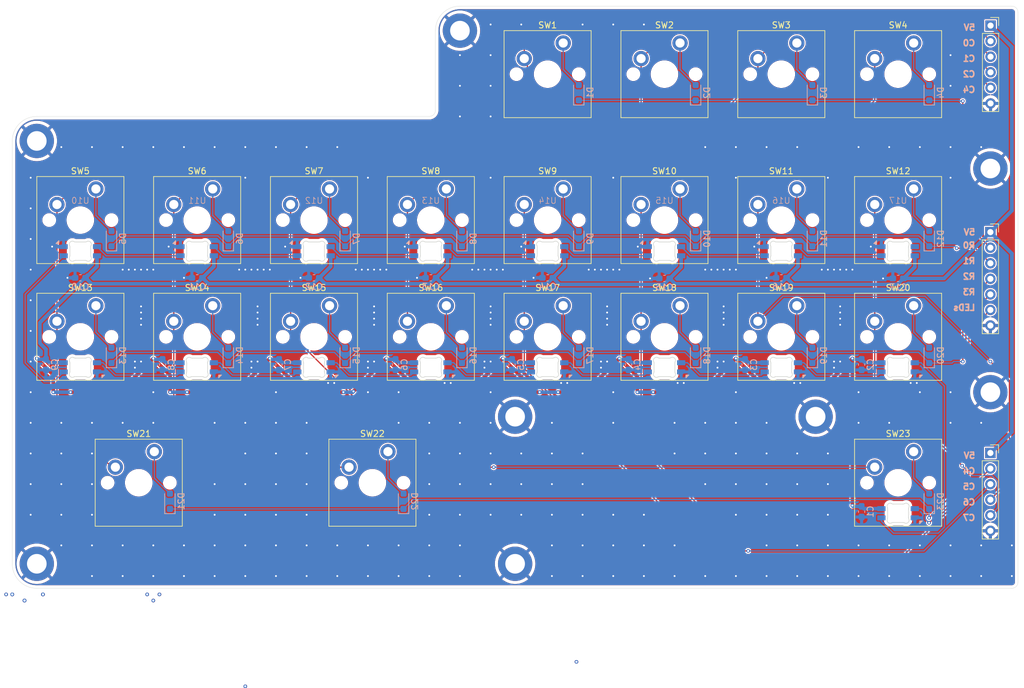
<source format=kicad_pcb>
(kicad_pcb (version 20240108) (generator "pcbnew") (generator_version "8.0")
  (layers (0 "F.Cu" signal) (31 "B.Cu" signal) (34 "B.Paste" user) (35 "F.Paste" user) (36 "B.SilkS" user "B.Silkscreen") (37 "F.SilkS" user "F.Silkscreen") (38 "B.Mask" user) (39 "F.Mask" user) (44 "Edge.Cuts" user))
  (net 0 "")
  (net 1 "+5V")
  (net 2 "GND")
  (net 3 "ROW0")
  (net 4 "Net-(D1-A)")
  (net 5 "Net-(D2-A)")
  (net 6 "Net-(D3-A)")
  (net 7 "Net-(D4-A)")
  (net 8 "Net-(D5-A)")
  (net 9 "ROW1")
  (net 10 "Net-(D6-A)")
  (net 11 "Net-(D7-A)")
  (net 12 "Net-(D8-A)")
  (net 13 "Net-(D9-A)")
  (net 14 "Net-(D10-A)")
  (net 15 "Net-(D11-A)")
  (net 16 "Net-(D12-A)")
  (net 17 "Net-(D13-A)")
  (net 18 "ROW2")
  (net 19 "Net-(D14-A)")
  (net 20 "Net-(D15-A)")
  (net 21 "Net-(D16-A)")
  (net 22 "Net-(D17-A)")
  (net 23 "Net-(D18-A)")
  (net 24 "Net-(D19-A)")
  (net 25 "Net-(D20-A)")
  (net 26 "Net-(D21-A)")
  (net 27 "ROW3")
  (net 28 "Net-(D22-A)")
  (net 29 "Net-(D23-A)")
  (net 30 "COL1")
  (net 31 "COL2")
  (net 32 "COL3")
  (net 33 "COL0")
  (net 34 "LEDs")
  (net 35 "COL7")
  (net 36 "COL5")
  (net 37 "COL6")
  (net 38 "COL4")
  (net 39 "Net-(U1-DOUT)")
  (net 40 "Net-(U2-DOUT)")
  (net 41 "Net-(U3-DOUT)")
  (net 42 "Net-(U4-DOUT)")
  (net 43 "Net-(U5-DOUT)")
  (net 44 "Net-(U6-DOUT)")
  (net 45 "Net-(U7-DOUT)")
  (net 46 "Net-(U8-DOUT)")
  (net 47 "Net-(U10-DIN)")
  (net 48 "Net-(U10-DOUT)")
  (net 49 "Net-(U11-DOUT)")
  (net 50 "Net-(U12-DOUT)")
  (net 51 "Net-(U13-DOUT)")
  (net 52 "Net-(U14-DOUT)")
  (net 53 "Net-(U15-DOUT)")
  (net 54 "Net-(U16-DOUT)")
  (footprint "PCM_Switch_Keyboard_Cherry_MX:SW_Cherry_MX_PCB_1.00u" (layer "F.Cu") (at 171.45 80.9625)
    (property "Reference" "SW20")
    (property "Value" "SW_Push")
  )
  (footprint "PCM_Switch_Keyboard_Cherry_MX:SW_Cherry_MX_PCB_1.00u" (layer "F.Cu") (at 57.15 80.9625)
    (property "Reference" "SW14")
    (property "Value" "SW_Push")
  )
  (footprint "MountingHole:MountingHole_3.2mm_M3_DIN965_Pad" (layer "F.Cu") (at 100 31)
    (property "Reference" "H5")
    (property "Value" "M3")
  )
  (footprint "MountingHole:MountingHole_3.2mm_M3_DIN965_Pad" (layer "F.Cu") (at 186.5 90)
    (property "Reference" "H2")
    (property "Value" "M3")
  )
  (footprint "Connector_PinSocket_2.54mm:PinSocket_1x07_P2.54mm_Vertical" (layer "F.Cu") (at 186.5 63.88)
    (property "Reference" "J2")
    (property "Value" "ROWs / LEDs")
  )
  (footprint "MountingHole:MountingHole_3.2mm_M3_DIN965_Pad" (layer "F.Cu") (at 109 94)
    (property "Reference" "H7")
    (property "Value" "M3")
  )
  (footprint "PCM_Switch_Keyboard_Cherry_MX:SW_Cherry_MX_PCB_1.00u" (layer "F.Cu") (at 38.1 80.9625)
    (property "Reference" "SW13")
    (property "Value" "SW_Push")
  )
  (footprint "PCM_Switch_Keyboard_Cherry_MX:SW_Cherry_MX_PCB_1.00u" (layer "F.Cu") (at 76.2 61.9125)
    (property "Reference" "SW7")
    (property "Value" "SW_Push")
  )
  (footprint "PCM_Switch_Keyboard_Cherry_MX:SW_Cherry_MX_PCB_1.00u" (layer "F.Cu") (at 76.2 80.9625)
    (property "Reference" "SW15")
    (property "Value" "SW_Push")
  )
  (footprint "PCM_Switch_Keyboard_Cherry_MX:SW_Cherry_MX_PCB_1.00u" (layer "F.Cu") (at 171.45 38.1)
    (property "Reference" "SW4")
    (property "Value" "SW_Push")
  )
  (footprint "PCM_Switch_Keyboard_Cherry_MX:SW_Cherry_MX_PCB_1.00u" (layer "F.Cu") (at 95.25 80.9625)
    (property "Reference" "SW16")
    (property "Value" "SW_Push")
  )
  (footprint "PCM_Switch_Keyboard_Cherry_MX:SW_Cherry_MX_PCB_1.00u" (layer "F.Cu") (at 133.35 38.1)
    (property "Reference" "SW2")
    (property "Value" "SW_Push")
  )
  (footprint "PCM_Switch_Keyboard_Cherry_MX:SW_Cherry_MX_PCB_1.00u" (layer "F.Cu") (at 38.1 61.9125)
    (property "Reference" "SW5")
    (property "Value" "SW_Push")
  )
  (footprint "PCM_Switch_Keyboard_Cherry_MX:SW_Cherry_MX_PCB_1.00u" (layer "F.Cu") (at 152.4 61.9125)
    (property "Reference" "SW11")
    (property "Value" "SW_Push")
  )
  (footprint "MountingHole:MountingHole_3.2mm_M3_DIN965_Pad" (layer "F.Cu") (at 186.5 53.5)
    (property "Reference" "H1")
    (property "Value" "M3")
  )
  (footprint "PCM_Switch_Keyboard_Cherry_MX:SW_Cherry_MX_PCB_1.00u" (layer "F.Cu") (at 114.3 38.1)
    (property "Reference" "SW1")
    (property "Value" "SW_Push")
  )
  (footprint "MountingHole:MountingHole_3.2mm_M3_DIN965_Pad" (layer "F.Cu") (at 109 118)
    (property "Reference" "H6")
    (property "Value" "M3")
  )
  (footprint "MountingHole:MountingHole_3.2mm_M3_DIN965_Pad" (layer "F.Cu") (at 31 49)
    (property "Reference" "H4")
    (property "Value" "M3")
  )
  (footprint "MountingHole:MountingHole_3.2mm_M3_DIN965_Pad" (layer "F.Cu") (at 158 94)
    (property "Reference" "H8")
    (property "Value" "M3")
  )
  (footprint "PCM_Switch_Keyboard_Cherry_MX:SW_Cherry_MX_PCB_1.00u" (layer "F.Cu") (at 114.3 80.9625)
    (property "Reference" "SW17")
    (property "Value" "SW_Push")
  )
  (footprint "PCM_Switch_Keyboard_Cherry_MX:SW_Cherry_MX_PCB_1.00u" (layer "F.Cu") (at 133.35 80.9625)
    (property "Reference" "SW18")
    (property "Value" "SW_Push")
  )
  (footprint "PCM_Switch_Keyboard_Cherry_MX:SW_Cherry_MX_PCB_1.00u" (layer "F.Cu") (at 171.45 61.9125)
    (property "Reference" "SW12")
    (property "Value" "SW_Push")
  )
  (footprint "PCM_Switch_Keyboard_Cherry_MX:SW_Cherry_MX_PCB_1.00u" (layer "F.Cu") (at 114.3 61.9125)
    (property "Reference" "SW9")
    (property "Value" "SW_Push")
  )
  (footprint "PCM_Switch_Keyboard_Cherry_MX:SW_Cherry_MX_PCB_1.00u" (layer "F.Cu") (at 95.25 61.9125)
    (property "Reference" "SW8")
    (property "Value" "SW_Push")
  )
  (footprint "Connector_PinSocket_2.54mm:PinSocket_1x06_P2.54mm_Vertical" (layer "F.Cu") (at 186.525 30.175)
    (property "Reference" "J1")
    (property "Value" "COLs 0-3")
  )
  (footprint "PCM_Switch_Keyboard_Cherry_MX:SW_Cherry_MX_PCB_1.00u" (layer "F.Cu") (at 152.4 38.1)
    (property "Reference" "SW3")
    (property "Value" "SW_Push")
  )
  (footprint "PCM_Switch_Keyboard_Cherry_MX:SW_Cherry_MX_PCB_1.00u" (layer "F.Cu") (at 152.4 80.9625)
    (property "Reference" "SW19")
    (property "Value" "SW_Push")
  )
  (footprint "PCM_Switch_Keyboard_Cherry_MX:SW_Cherry_MX_PCB_1.00u" (layer "F.Cu") (at 57.15 61.9125)
    (property "Reference" "SW6")
    (property "Value" "SW_Push")
  )
  (footprint "Connector_PinSocket_2.54mm:PinSocket_1x06_P2.54mm_Vertical" (layer "F.Cu") (at 186.5 99.92)
    (property "Reference" "J3")
    (property "Value" "COLs 4-7")
  )
  (footprint "PCM_Switch_Keyboard_Cherry_MX:SW_Cherry_MX_PCB_2.00u" (layer "F.Cu") (at 85.725 104.775)
    (property "Reference" "SW22")
    (property "Value" "SW_Push")
  )
  (footprint "PCM_Switch_Keyboard_Cherry_MX:SW_Cherry_MX_PCB_2.00u" (layer "F.Cu") (at 47.625 104.775)
    (property "Reference" "SW21")
    (property "Value" "SW_Push")
  )
  (footprint "PCM_Switch_Keyboard_Cherry_MX:SW_Cherry_MX_PCB_1.00u" (layer "F.Cu") (at 133.35 61.9125)
    (property "Reference" "SW10")
    (property "Value" "SW_Push")
  )
  (footprint "PCM_Switch_Keyboard_Cherry_MX:SW_Cherry_MX_PCB_1.00u" (layer "F.Cu") (at 171.45 104.775)
    (property "Reference" "SW23")
    (property "Value" "SW_Push")
  )
  (footprint "MountingHole:MountingHole_3.2mm_M3_DIN965_Pad" (layer "F.Cu") (at 31 118)
    (property "Reference" "H3")
    (property "Value" "M3")
  )
  (footprint "SK6812MINI-E-012:SK6812MINI-E-012-ROT" (layer "B.Cu") (at 95.25 61.9125 180)
    (property "Reference" "U13")
    (property "Value" "~")
    (fp_line (start 1.699999 -4.377159) (end 1.699999 -5.782843) (stroke (width 0.1)) (layer "Edge.Cuts"))
    (fp_line (start 0.794453 -6.58) (end -0.794452 -6.58) (stroke (width 0.1)) (layer "Edge.Cuts"))
    (fp_line (start -0.794452 -3.580001) (end 0.794452 -3.580001) (stroke (width 0.1)) (layer "Edge.Cuts"))
    (fp_line (start -1.699999 -5.782843) (end -1.699999 -4.377159) (stroke (width 0.1)) (layer "Edge.Cuts"))
    (fp_arc (start 1.749484 -4.160281) (mid 1.712534 -4.265935) (end 1.699999 -4.377159) (stroke (width 0.1)) (layer "Edge.Cuts"))
    (fp_arc (start 1.749484 -4.160282) (mid 1.638073 -3.575963) (end 1.046711 -3.511702) (stroke (width 0.1)) (layer "Edge.Cuts"))
    (fp_arc (start 1.699999 -5.782844) (mid 1.712537 -5.894067) (end 1.749484 -5.999721) (stroke (width 0.1)) (layer "Edge.Cuts"))
    (fp_arc (start 1.046711 -6.648299) (mid 1.638071 -6.584036) (end 1.749484 -5.999721) (stroke (width 0.1)) (layer "Edge.Cuts"))
    (fp_arc (start 1.046711 -6.648299) (mid 0.925123 -6.597377) (end 0.794453 -6.58) (stroke (width 0.1)) (layer "Edge.Cuts"))
    (fp_arc (start 0.794452 -3.580001) (mid 0.925123 -3.562624) (end 1.046711 -3.511702) (stroke (width 0.1)) (layer "Edge.Cuts"))
    (fp_arc (start -0.794453 -6.580001) (mid -0.925123 -6.597378) (end -1.046711 -6.6483) (stroke (width 0.1)) (layer "Edge.Cuts"))
    (fp_arc (start -1.04671 -3.511702) (mid -0.925122 -3.562624) (end -0.794452 -3.580001) (stroke (width 0.1)) (layer "Edge.Cuts"))
    (fp_arc (start -1.046711 -3.511704) (mid -1.63807 -3.575967) (end -1.749484 -4.160281) (stroke (width 0.1)) (layer "Edge.Cuts"))
    (fp_arc (start -1.699999 -4.377158) (mid -1.712518 -4.26593) (end -1.749484 -4.160281) (stroke (width 0.1)) (layer "Edge.Cuts"))
    (fp_arc (start -1.749484 -5.999721) (mid -1.638072 -6.584036) (end -1.046711 -6.6483) (stroke (width 0.1)) (layer "Edge.Cuts"))
    (fp_arc (start -1.749484 -5.999721) (mid -1.712527 -5.894069) (end -1.699999 -5.782843) (stroke (width 0.1)) (layer "Edge.Cuts"))
  )
  (footprint "Diode_SMD:D_SOD-323_HandSoldering" (layer "B.Cu") (at 138.43 41.13 90)
    (property "Reference" "D2")
    (property "Value" "1N4148W")
  )
  (footprint "Diode_SMD:D_SOD-323_HandSoldering" (layer "B.Cu") (at 119.38 64.9425 90)
    (property "Reference" "D9")
    (property "Value" "1N4148W")
  )
  (footprint "Capacitor_SMD:C_0603_1608Metric_Pad1.08x0.95mm_HandSolder" (layer "B.Cu") (at 76.2 71.3375)
    (property "Reference" "C12")
    (property "Value" "100nF")
  )
  (footprint "SK6812MINI-E-012:SK6812MINI-E-012-ROT" (layer "B.Cu") (at 171.45 61.9125 180)
    (property "Reference" "U17")
    (property "Value" "~")
    (fp_line (start 1.699999 -4.377159) (end 1.699999 -5.782843) (stroke (width 0.1)) (layer "Edge.Cuts"))
    (fp_line (start 0.794453 -6.58) (end -0.794452 -6.58) (stroke (width 0.1)) (layer "Edge.Cuts"))
    (fp_line (start -0.794452 -3.580001) (end 0.794452 -3.580001) (stroke (width 0.1)) (layer "Edge.Cuts"))
    (fp_line (start -1.699999 -5.782843) (end -1.699999 -4.377159) (stroke (width 0.1)) (layer "Edge.Cuts"))
    (fp_arc (start 1.749484 -4.160281) (mid 1.712534 -4.265935) (end 1.699999 -4.377159) (stroke (width 0.1)) (layer "Edge.Cuts"))
    (fp_arc (start 1.749484 -4.160282) (mid 1.638073 -3.575963) (end 1.046711 -3.511702) (stroke (width 0.1)) (layer "Edge.Cuts"))
    (fp_arc (start 1.699999 -5.782844) (mid 1.712537 -5.894067) (end 1.749484 -5.999721) (stroke (width 0.1)) (layer "Edge.Cuts"))
    (fp_arc (start 1.046711 -6.648299) (mid 1.638071 -6.584036) (end 1.749484 -5.999721) (stroke (width 0.1)) (layer "Edge.Cuts"))
    (fp_arc (start 1.046711 -6.648299) (mid 0.925123 -6.597377) (end 0.794453 -6.58) (stroke (width 0.1)) (layer "Edge.Cuts"))
    (fp_arc (start 0.794452 -3.580001) (mid 0.925123 -3.562624) (end 1.046711 -3.511702) (stroke (width 0.1)) (layer "Edge.Cuts"))
    (fp_arc (start -0.794453 -6.580001) (mid -0.925123 -6.597378) (end -1.046711 -6.6483) (stroke (width 0.1)) (layer "Edge.Cuts"))
    (fp_arc (start -1.04671 -3.511702) (mid -0.925122 -3.562624) (end -0.794452 -3.580001) (stroke (width 0.1)) (layer "Edge.Cuts"))
    (fp_arc (start -1.046711 -3.511704) (mid -1.63807 -3.575967) (end -1.749484 -4.160281) (stroke (width 0.1)) (layer "Edge.Cuts"))
    (fp_arc (start -1.699999 -4.377158) (mid -1.712518 -4.26593) (end -1.749484 -4.160281) (stroke (width 0.1)) (layer "Edge.Cuts"))
    (fp_arc (start -1.749484 -5.999721) (mid -1.638072 -6.584036) (end -1.046711 -6.6483) (stroke (width 0.1)) (layer "Edge.Cuts"))
    (fp_arc (start -1.749484 -5.999721) (mid -1.712527 -5.894069) (end -1.699999 -5.782843) (stroke (width 0.1)) (layer "Edge.Cuts"))
  )
  (footprint "SK6812MINI-E-012:SK6812MINI-E-012-ROT" (layer "B.Cu") (at 152.4 61.9125 180)
    (property "Reference" "U16")
    (property "Value" "~")
    (fp_line (start 1.699999 -4.377159) (end 1.699999 -5.782843) (stroke (width 0.1)) (layer "Edge.Cuts"))
    (fp_line (start 0.794453 -6.58) (end -0.794452 -6.58) (stroke (width 0.1)) (layer "Edge.Cuts"))
    (fp_line (start -0.794452 -3.580001) (end 0.794452 -3.580001) (stroke (width 0.1)) (layer "Edge.Cuts"))
    (fp_line (start -1.699999 -5.782843) (end -1.699999 -4.377159) (stroke (width 0.1)) (layer "Edge.Cuts"))
    (fp_arc (start 1.749484 -4.160281) (mid 1.712534 -4.265935) (end 1.699999 -4.377159) (stroke (width 0.1)) (layer "Edge.Cuts"))
    (fp_arc (start 1.749484 -4.160282) (mid 1.638073 -3.575963) (end 1.046711 -3.511702) (stroke (width 0.1)) (layer "Edge.Cuts"))
    (fp_arc (start 1.699999 -5.782844) (mid 1.712537 -5.894067) (end 1.749484 -5.999721) (stroke (width 0.1)) (layer "Edge.Cuts"))
    (fp_arc (start 1.046711 -6.648299) (mid 1.638071 -6.584036) (end 1.749484 -5.999721) (stroke (width 0.1)) (layer "Edge.Cuts"))
    (fp_arc (start 1.046711 -6.648299) (mid 0.925123 -6.597377) (end 0.794453 -6.58) (stroke (width 0.1)) (layer "Edge.Cuts"))
    (fp_arc (start 0.794452 -3.580001) (mid 0.925123 -3.562624) (end 1.046711 -3.511702) (stroke (width 0.1)) (layer "Edge.Cuts"))
    (fp_arc (start -0.794453 -6.580001) (mid -0.925123 -6.597378) (end -1.046711 -6.6483) (stroke (width 0.1)) (layer "Edge.Cuts"))
    (fp_arc (start -1.04671 -3.511702) (mid -0.925122 -3.562624) (end -0.794452 -3.580001) (stroke (width 0.1)) (layer "Edge.Cuts"))
    (fp_arc (start -1.046711 -3.511704) (mid -1.63807 -3.575967) (end -1.749484 -4.160281) (stroke (width 0.1)) (layer "Edge.Cuts"))
    (fp_arc (start -1.699999 -4.377158) (mid -1.712518 -4.26593) (end -1.749484 -4.160281) (stroke (width 0.1)) (layer "Edge.Cuts"))
    (fp_arc (start -1.749484 -5.999721) (mid -1.638072 -6.584036) (end -1.046711 -6.6483) (stroke (width 0.1)) (layer "Edge.Cuts"))
    (fp_arc (start -1.749484 -5.999721) (mid -1.712527 -5.894069) (end -1.699999 -5.782843) (stroke (width 0.1)) (layer "Edge.Cuts"))
  )
  (footprint "Diode_SMD:D_SOD-323_HandSoldering" (layer "B.Cu") (at 138.43 64.9425 90)
    (property "Reference" "D10")
    (property "Value" "1N4148W")
  )
  (footprint "Diode_SMD:D_SOD-323_HandSoldering" (layer "B.Cu") (at 176.53 64.9425 90)
    (property "Reference" "D12")
    (property "Value" "1N4148W")
  )
  (footprint "Capacitor_SMD:C_0603_1608Metric_Pad1.08x0.95mm_HandSolder" (layer "B.Cu") (at 146.5 85.5 90)
    (property "Reference" "C3")
    (property "Value" "100nF")
  )
  (footprint "Capacitor_SMD:C_0603_1608Metric_Pad1.08x0.95mm_HandSolder" (layer "B.Cu") (at 38.1 71.3375)
    (property "Reference" "C10")
    (property "Value" "100nF")
  )
  (footprint "SK6812MINI-E-012:SK6812MINI-E-012" (layer "B.Cu") (at 171.45 104.775 180)
    (property "Reference" "U1" (hide yes))
    (property "Value" "~" (hide yes))
    (fp_line (start 1.699999 -4.277157) (end 1.699999 -5.682841) (stroke (width 0.1)) (layer "Edge.Cuts"))
    (fp_line (start 0.794452 -6.479999) (end -0.794452 -6.479999) (stroke (width 0.1)) (layer "Edge.Cuts"))
    (fp_line (start -0.794453 -3.48) (end 0.794452 -3.48) (stroke (width 0.1)) (layer "Edge.Cuts"))
    (fp_line (start -1.699999 -5.682841) (end -1.699999 -4.277157) (stroke (width 0.1)) (layer "Edge.Cuts"))
    (fp_arc (start 1.749484 -4.060279) (mid 1.712539 -4.165932) (end 1.699999 -4.277157) (stroke (width 0.1)) (layer "Edge.Cuts"))
    (fp_arc (start 1.749484 -4.060279) (mid 1.638072 -3.475964) (end 1.046711 -3.4117) (stroke (width 0.1)) (layer "Edge.Cuts"))
    (fp_arc (start 1.699999 -5.682842) (mid 1.712522 -5.794068) (end 1.749484 -5.899719) (stroke (width 0.1)) (layer "Edge.Cuts"))
    (fp_arc (start 1.046711 -6.548296) (mid 1.638069 -6.484034) (end 1.749484 -5.899719) (stroke (width 0.1)) (layer "Edge.Cuts"))
    (fp_arc (start 1.04671 -6.548298) (mid 0.925122 -6.497376) (end 0.794452 -6.479999) (stroke (width 0.1)) (layer "Edge.Cuts"))
    (fp_arc (start 0.794453 -3.479999) (mid 0.925123 -3.462622) (end 1.046711 -3.4117) (stroke (width 0.1)) (layer "Edge.Cuts"))
    (fp_arc (start -0.794452 -6.479999) (mid -0.925123 -6.497376) (end -1.046711 -6.548298) (stroke (width 0.1)) (layer "Edge.Cuts"))
    (fp_arc (start -1.046711 -3.411701) (mid -0.925123 -3.462623) (end -0.794453 -3.48) (stroke (width 0.1)) (layer "Edge.Cuts"))
    (fp_arc (start -1.046711 -3.411701) (mid -1.63807 -3.475965) (end -1.749484 -4.060279) (stroke (width 0.1)) (layer "Edge.Cuts"))
    (fp_arc (start -1.699999 -4.277156) (mid -1.712527 -4.165931) (end -1.749484 -4.060279) (stroke (width 0.1)) (layer "Edge.Cuts"))
    (fp_arc (start -1.749484 -5.899718) (mid -1.638072 -6.484034) (end -1.046711 -6.548298) (stroke (width 0.1)) (layer "Edge.Cuts"))
    (fp_arc (start -1.749484 -5.899719) (mid -1.712527 -5.794067) (end -1.699999 -5.682841) (stroke (width 0.1)) (layer "Edge.Cuts"))
  )
  (footprint "Diode_SMD:D_SOD-323_HandSoldering" (layer "B.Cu") (at 100.33 83.9925 90)
    (property "Reference" "D16")
    (property "Value" "1N4148W" (hide yes))
  )
  (footprint "Capacitor_SMD:C_0603_1608Metric_Pad1.08x0.95mm_HandSolder" (layer "B.Cu") (at 165.5 85.5 90)
    (property "Reference" "C2")
    (property "Value" "100nF")
  )
  (footprint "SK6812MINI-E-012:SK6812MINI-E-012" (layer "B.Cu") (at 57.15 80.9625 180)
    (property "Reference" "U8" (hide yes))
    (property "Value" "~" (hide yes))
    (fp_line (start 1.699999 -4.277157) (end 1.699999 -5.682841) (stroke (width 0.1)) (layer "Edge.Cuts"))
    (fp_line (start 0.794452 -6.479999) (end -0.794452 -6.479999) (stroke (width 0.1)) (layer "Edge.Cuts"))
    (fp_line (start -0.794453 -3.48) (end 0.794452 -3.48) (stroke (width 0.1)) (layer "Edge.Cuts"))
    (fp_line (start -1.699999 -5.682841) (end -1.699999 -4.277157) (stroke (width 0.1)) (layer "Edge.Cuts"))
    (fp_arc (start 1.749484 -4.060279) (mid 1.712539 -4.165932) (end 1.699999 -4.277157) (stroke (width 0.1)) (layer "Edge.Cuts"))
    (fp_arc (start 1.749484 -4.060279) (mid 1.638072 -3.475964) (end 1.046711 -3.4117) (stroke (width 0.1)) (layer "Edge.Cuts"))
    (fp_arc (start 1.699999 -5.682842) (mid 1.712522 -5.794068) (end 1.749484 -5.899719) (stroke (width 0.1)) (layer "Edge.Cuts"))
    (fp_arc (start 1.046711 -6.548296) (mid 1.638069 -6.484034) (end 1.749484 -5.899719) (stroke (width 0.1)) (layer "Edge.Cuts"))
    (fp_arc (start 1.04671 -6.548298) (mid 0.925122 -6.497376) (end 0.794452 -6.479999) (stroke (width 0.1)) (layer "Edge.Cuts"))
    (fp_arc (start 0.794453 -3.479999) (mid 0.925123 -3.462622) (end 1.046711 -3.4117) (stroke (width 0.1)) (layer "Edge.Cuts"))
    (fp_arc (start -0.794452 -6.479999) (mid -0.925123 -6.497376) (end -1.046711 -6.548298) (stroke (width 0.1)) (layer "Edge.Cuts"))
    (fp_arc (start -1.046711 -3.411701) (mid -0.925123 -3.462623) (end -0.794453 -3.48) (stroke (width 0.1)) (layer "Edge.Cuts"))
    (fp_arc (start -1.046711 -3.411701) (mid -1.63807 -3.475965) (end -1.749484 -4.060279) (stroke (width 0.1)) (layer "Edge.Cuts"))
    (fp_arc (start -1.699999 -4.277156) (mid -1.712527 -4.165931) (end -1.749484 -4.060279) (stroke (width 0.1)) (layer "Edge.Cuts"))
    (fp_arc (start -1.749484 -5.899718) (mid -1.638072 -6.484034) (end -1.046711 -6.548298) (stroke (width 0.1)) (layer "Edge.Cuts"))
    (fp_arc (start -1.749484 -5.899719) (mid -1.712527 -5.794067) (end -1.699999 -5.682841) (stroke (width 0.1)) (layer "Edge.Cuts"))
  )
  (footprint "Diode_SMD:D_SOD-323_HandSoldering" (layer "B.Cu") (at 90.805 107.805 90)
    (property "Reference" "D22")
    (property "Value" "1N4148W")
  )
  (footprint "Diode_SMD:D_SOD-323_HandSoldering" (layer "B.Cu") (at 81.28 64.9425 90)
    (property "Reference" "D7")
    (property "Value" "1N4148W")
  )
  (footprint "Capacitor_SMD:C_0603_1608Metric_Pad1.08x0.95mm_HandSolder" (layer "B.Cu") (at 133.35 71.4375)
    (property "Reference" "C15")
    (property "Value" "100nF")
  )
  (footprint "Capacitor_SMD:C_0603_1608Metric_Pad1.08x0.95mm_HandSolder" (layer "B.Cu") (at 51.5 85.5 90)
    (property "Reference" "C8")
    (property "Value" "100nF")
  )
  (footprint "Diode_SMD:D_SOD-323_HandSoldering" (layer "B.Cu") (at 119.38 41.13 90)
    (property "Reference" "D1")
    (property "Value" "1N4148W")
  )
  (footprint "Capacitor_SMD:C_0603_1608Metric_Pad1.08x0.95mm_HandSolder" (layer "B.Cu") (at 171.45 71.4375)
    (property "Reference" "C17")
    (property "Value" "100nF")
  )
  (footprint "Capacitor_SMD:C_0603_1608Metric_Pad1.08x0.95mm_HandSolder" (layer "B.Cu") (at 95.25 71.3375)
    (property "Reference" "C13")
    (property "Value" "100nF")
  )
  (footprint "Capacitor_SMD:C_0603_1608Metric_Pad1.08x0.95mm_HandSolder" (layer "B.Cu") (at 32.5 85.5 90)
    (property "Reference" "C9")
    (property "Value" "100nF")
  )
  (footprint "Diode_SMD:D_SOD-323_HandSoldering" (layer "B.Cu") (at 52.705 107.805 90)
    (property "Reference" "D21")
    (property "Value" "1N4148W")
  )
  (footprint "SK6812MINI-E-012:SK6812MINI-E-012-ROT" (layer "B.Cu") (at 38.1 61.9125 180)
    (property "Reference" "U10")
    (property "Value" "~")
    (fp_line (start 1.699999 -4.377159) (end 1.699999 -5.782843) (stroke (width 0.1)) (layer "Edge.Cuts"))
    (fp_line (start 0.794453 -6.58) (end -0.794452 -6.58) (stroke (width 0.1)) (layer "Edge.Cuts"))
    (fp_line (start -0.794452 -3.580001) (end 0.794452 -3.580001) (stroke (width 0.1)) (layer "Edge.Cuts"))
    (fp_line (start -1.699999 -5.782843) (end -1.699999 -4.377159) (stroke (width 0.1)) (layer "Edge.Cuts"))
    (fp_arc (start 1.749484 -4.160281) (mid 1.712534 -4.265935) (end 1.699999 -4.377159) (stroke (width 0.1)) (layer "Edge.Cuts"))
    (fp_arc (start 1.749484 -4.160282) (mid 1.638073 -3.575963) (end 1.046711 -3.511702) (stroke (width 0.1)) (layer "Edge.Cuts"))
    (fp_arc (start 1.699999 -5.782844) (mid 1.712537 -5.894067) (end 1.749484 -5.999721) (stroke (width 0.1)) (layer "Edge.Cuts"))
    (fp_arc (start 1.046711 -6.648299) (mid 1.638071 -6.584036) (end 1.749484 -5.999721) (stroke (width 0.1)) (layer "Edge.Cuts"))
    (fp_arc (start 1.046711 -6.648299) (mid 0.925123 -6.597377) (end 0.794453 -6.58) (stroke (width 0.1)) (layer "Edge.Cuts"))
    (fp_arc (start 0.794452 -3.580001) (mid 0.925123 -3.562624) (end 1.046711 -3.511702) (stroke (width 0.1)) (layer "Edge.Cuts"))
    (fp_arc (start -0.794453 -6.580001) (mid -0.925123 -6.597378) (end -1.046711 -6.6483) (stroke (width 0.1)) (layer "Edge.Cuts"))
    (fp_arc (start -1.04671 -3.511702) (mid -0.925122 -3.562624) (end -0.794452 -3.580001) (stroke (width 0.1)) (layer "Edge.Cuts"))
    (fp_arc (start -1.046711 -3.511704) (mid -1.63807 -3.575967) (end -1.749484 -4.160281) (stroke (width 0.1)) (layer "Edge.Cuts"))
    (fp_arc (start -1.699999 -4.377158) (mid -1.712518 -4.26593) (end -1.749484 -4.160281) (stroke (width 0.1)) (layer "Edge.Cuts"))
    (fp_arc (start -1.749484 -5.999721) (mid -1.638072 -6.584036) (end -1.046711 -6.6483) (stroke (width 0.1)) (layer "Edge.Cuts"))
    (fp_arc (start -1.749484 -5.999721) (mid -1.712527 -5.894069) (end -1.699999 -5.782843) (stroke (width 0.1)) (layer "Edge.Cuts"))
  )
  (footprint "Capacitor_SMD:C_0603_1608Metric_Pad1.08x0.95mm_HandSolder" (layer "B.Cu") (at 57.15 71.3375)
    (property "Reference" "C11")
    (property "Value" "100nF")
  )
  (footprint "Capacitor_SMD:C_0603_1608Metric_Pad1.08x0.95mm_HandSolder" (layer "B.Cu") (at 165.5 109.5 90)
    (property "Reference" "C1")
    (property "Value" "100nF")
  )
  (footprint "SK6812MINI-E-012:SK6812MINI-E-012" (layer "B.Cu") (at 114.3 80.9625 180)
    (property "Reference" "U5" (hide yes))
    (property "Value" "~" (hide yes))
    (fp_line (start 1.699999 -4.277157) (end 1.699999 -5.682841) (stroke (width 0.1)) (layer "Edge.Cuts"))
    (fp_line (start 0.794452 -6.479999) (end -0.794452 -6.479999) (stroke (width 0.1)) (layer "Edge.Cuts"))
    (fp_line (start -0.794453 -3.48) (end 0.794452 -3.48) (stroke (width 0.1)) (layer "Edge.Cuts"))
    (fp_line (start -1.699999 -5.682841) (end -1.699999 -4.277157) (stroke (width 0.1)) (layer "Edge.Cuts"))
    (fp_arc (start 1.749484 -4.060279) (mid 1.712539 -4.165932) (end 1.699999 -4.277157) (stroke (width 0.1)) (layer "Edge.Cuts"))
    (fp_arc (start 1.749484 -4.060279) (mid 1.638072 -3.475964) (end 1.046711 -3.4117) (stroke (width 0.1)) (layer "Edge.Cuts"))
    (fp_arc (start 1.699999 -5.682842) (mid 1.712522 -5.794068) (end 1.749484 -5.899719) (stroke (width 0.1)) (layer "Edge.Cuts"))
    (fp_arc (start 1.046711 -6.548296) (mid 1.638069 -6.484034) (end 1.749484 -5.899719) (stroke (width 0.1)) (layer "Edge.Cuts"))
    (fp_arc (start 1.04671 -6.548298) (mid 0.925122 -6.497376) (end 0.794452 -6.479999) (stroke (width 0.1)) (layer "Edge.Cuts"))
    (fp_arc (start 0.794453 -3.479999) (mid 0.925123 -3.462622) (end 1.046711 -3.4117) (stroke (width 0.1)) (layer "Edge.Cuts"))
    (fp_arc (start -0.794452 -6.479999) (mid -0.925123 -6.497376) (end -1.046711 -6.548298) (stroke (width 0.1)) (layer "Edge.Cuts"))
    (fp_arc (start -1.046711 -3.411701) (mid -0.925123 -3.462623) (end -0.794453 -3.48) (stroke (width 0.1)) (layer "Edge.Cuts"))
    (fp_arc (start -1.046711 -3.411701) (mid -1.63807 -3.475965) (end -1.749484 -4.060279) (stroke (width 0.1)) (layer "Edge.Cuts"))
    (fp_arc (start -1.699999 -4.277156) (mid -1.712527 -4.165931) (end -1.749484 -4.060279) (stroke (width 0.1)) (layer "Edge.Cuts"))
    (fp_arc (start -1.749484 -5.899718) (mid -1.638072 -6.484034) (end -1.046711 -6.548298) (stroke (width 0.1)) (layer "Edge.Cuts"))
    (fp_arc (start -1.749484 -5.899719) (mid -1.712527 -5.794067) (end -1.699999 -5.682841) (stroke (width 0.1)) (layer "Edge.Cuts"))
  )
  (footprint "Diode_SMD:D_SOD-323_HandSoldering" (layer "B.Cu") (at 62.23 64.9425 90)
    (property "Reference" "D6")
    (property "Value" "1N4148W")
  )
  (footprint "Capacitor_SMD:C_0603_1608Metric_Pad1.08x0.95mm_HandSolder" (layer "B.Cu") (at 70.5 85.5 90)
    (property "Reference" "C7")
    (property "Value" "100nF")
  )
  (footprint "SK6812MINI-E-012:SK6812MINI-E-012" (layer "B.Cu") (at 171.45 80.9625 180)
    (property "Reference" "U2" (hide yes))
    (property "Value" "~" (hide yes))
    (fp_line (start 1.699999 -4.277157) (end 1.699999 -5.682841) (stroke (width 0.1)) (layer "Edge.Cuts"))
    (fp_line (start 0.794452 -6.479999) (end -0.794452 -6.479999) (stroke (width 0.1)) (layer "Edge.Cuts"))
    (fp_line (start -0.794453 -3.48) (end 0.794452 -3.48) (stroke (width 0.1)) (layer "Edge.Cuts"))
    (fp_line (start -1.699999 -5.682841) (end -1.699999 -4.277157) (stroke (width 0.1)) (layer "Edge.Cuts"))
    (fp_arc (start 1.749484 -4.060279) (mid 1.712539 -4.165932) (end 1.699999 -4.277157) (stroke (width 0.1)) (layer "Edge.Cuts"))
    (fp_arc (start 1.749484 -4.060279) (mid 1.638072 -3.475964) (end 1.046711 -3.4117) (stroke (width 0.1)) (layer "Edge.Cuts"))
    (fp_arc (start 1.699999 -5.682842) (mid 1.712522 -5.794068) (end 1.749484 -5.899719) (stroke (width 0.1)) (layer "Edge.Cuts"))
    (fp_arc (start 1.046711 -6.548296) (mid 1.638069 -6.484034) (end 1.749484 -5.899719) (stroke (width 0.1)) (layer "Edge.Cuts"))
    (fp_arc (start 1.04671 -6.548298) (mid 0.925122 -6.497376) (end 0.794452 -6.479999) (stroke (width 0.1)) (layer "Edge.Cuts"))
    (fp_arc (start 0.794453 -3.479999) (mid 0.925123 -3.462622) (end 1.046711 -3.4117) (stroke (width 0.1)) (layer "Edge.Cuts"))
    (fp_arc (start -0.794452 -6.479999) (mid -0.925123 -6.497376) (end -1.046711 -6.548298) (stroke (width 0.1)) (layer "Edge.Cuts"))
    (fp_arc (start -1.046711 -3.411701) (mid -0.925123 -3.462623) (end -0.794453 -3.48) (stroke (width 0.1)) (layer "Edge.Cuts"))
    (fp_arc (start -1.046711 -3.411701) (mid -1.63807 -3.475965) (end -1.749484 -4.060279) (stroke (width 0.1)) (layer "Edge.Cuts"))
    (fp_arc (start -1.699999 -4.277156) (mid -1.712527 -4.165931) (end -1.749484 -4.060279) (stroke (width 0.1)) (layer "Edge.Cuts"))
    (fp_arc (start -1.749484 -5.899718) (mid -1.638072 -6.484034) (end -1.046711 -6.548298) (stroke (width 0.1)) (layer "Edge.Cuts"))
    (fp_arc (start -1.749484 -5.899719) (mid -1.712527 -5.794067) (end -1.699999 -5.682841) (stroke (width 0.1)) (layer "Edge.Cuts"))
  )
  (footprint "Capacitor_SMD:C_0603_1608Metric_Pad1.08x0.95mm_HandSolder" (layer "B.Cu") (at 152.4 71.3375)
    (property "Reference" "C16")
    (property "Value" "100nF")
  )
  (footprint "SK6812MINI-E-012:SK6812MINI-E-012" (layer "B.Cu") (at 133.35 80.9625 180)
    (property "Reference" "U4" (hide yes))
    (property "Value" "~" (hide yes))
    (fp_line (start 1.699999 -4.277157) (end 1.699999 -5.682841) (stroke (width 0.1)) (layer "Edge.Cuts"))
    (fp_line (start 0.794452 -6.479999) (end -0.794452 -6.479999) (stroke (width 0.1)) (layer "Edge.Cuts"))
    (fp_line (start -0.794453 -3.48) (end 0.794452 -3.48) (stroke (width 0.1)) (layer "Edge.Cuts"))
    (fp_line (start -1.699999 -5.682841) (end -1.699999 -4.277157) (stroke (width 0.1)) (layer "Edge.Cuts"))
    (fp_arc (start 1.749484 -4.060279) (mid 1.712539 -4.165932) (end 1.699999 -4.277157) (stroke (width 0.1)) (layer "Edge.Cuts"))
    (fp_arc (start 1.749484 -4.060279) (mid 1.638072 -3.475964) (end 1.046711 -3.4117) (stroke (width 0.1)) (layer "Edge.Cuts"))
    (fp_arc (start 1.699999 -5.682842) (mid 1.712522 -5.794068) (end 1.749484 -5.899719) (stroke (width 0.1)) (layer "Edge.Cuts"))
    (fp_arc (start 1.046711 -6.548296) (mid 1.638069 -6.484034) (end 1.749484 -5.899719) (stroke (width 0.1)) (layer "Edge.Cuts"))
    (fp_arc (start 1.04671 -6.548298) (mid 0.925122 -6.497376) (end 0.794452 -6.479999) (stroke (width 0.1)) (layer "Edge.Cuts"))
    (fp_arc (start 0.794453 -3.479999) (mid 0.925123 -3.462622) (end 1.046711 -3.4117) (stroke (width 0.1)) (layer "Edge.Cuts"))
    (fp_arc (start -0.794452 -6.479999) (mid -0.925123 -6.497376) (end -1.046711 -6.548298) (stroke (width 0.1)) (layer "Edge.Cuts"))
    (fp_arc (start -1.046711 -3.411701) (mid -0.925123 -3.462623) (end -0.794453 -3.48) (stroke (width 0.1)) (layer "Edge.Cuts"))
    (fp_arc (start -1.046711 -3.411701) (mid -1.63807 -3.475965) (end -1.749484 -4.060279) (stroke (width 0.1)) (layer "Edge.Cuts"))
    (fp_arc (start -1.699999 -4.277156) (mid -1.712527 -4.165931) (end -1.749484 -4.060279) (stroke (width 0.1)) (layer "Edge.Cuts"))
    (fp_arc (start -1.749484 -5.899718) (mid -1.638072 -6.484034) (end -1.046711 -6.548298) (stroke (width 0.1)) (layer "Edge.Cuts"))
    (fp_arc (start -1.749484 -5.899719) (mid -1.712527 -5.794067) (end -1.699999 -5.682841) (stroke (width 0.1)) (layer "Edge.Cuts"))
  )
  (footprint "SK6812MINI-E-012:SK6812MINI-E-012" (layer "B.Cu") (at 95.25 80.9625 180)
    (property "Reference" "U6" (hide yes))
    (property "Value" "~" (hide yes))
    (fp_line (start 1.699999 -4.277157) (end 1.699999 -5.682841) (stroke (width 0.1)) (layer "Edge.Cuts"))
    (fp_line (start 0.794452 -6.479999) (end -0.794452 -6.479999) (stroke (width 0.1)) (layer "Edge.Cuts"))
    (fp_line (start -0.794453 -3.48) (end 0.794452 -3.48) (stroke (width 0.1)) (layer "Edge.Cuts"))
    (fp_line (start -1.699999 -5.682841) (end -1.699999 -4.277157) (stroke (width 0.1)) (layer "Edge.Cuts"))
    (fp_arc (start 1.749484 -4.060279) (mid 1.712539 -4.165932) (end 1.699999 -4.277157) (stroke (width 0.1)) (layer "Edge.Cuts"))
    (fp_arc (start 1.749484 -4.060279) (mid 1.638072 -3.475964) (end 1.046711 -3.4117) (stroke (width 0.1)) (layer "Edge.Cuts"))
    (fp_arc (start 1.699999 -5.682842) (mid 1.712522 -5.794068) (end 1.749484 -5.899719) (stroke (width 0.1)) (layer "Edge.Cuts"))
    (fp_arc (start 1.046711 -6.548296) (mid 1.638069 -6.484034) (end 1.749484 -5.899719) (stroke (width 0.1)) (layer "Edge.Cuts"))
    (fp_arc (start 1.04671 -6.548298) (mid 0.925122 -6.497376) (end 0.794452 -6.479999) (stroke (width 0.1)) (layer "Edge.Cuts"))
    (fp_arc (start 0.794453 -3.479999) (mid 0.925123 -3.462622) (end 1.046711 -3.4117) (stroke (width 0.1)) (layer "Edge.Cuts"))
    (fp_arc (start -0.794452 -6.479999) (mid -0.925123 -6.497376) (end -1.046711 -6.548298) (stroke (width 0.1)) (layer "Edge.Cuts"))
    (fp_arc (start -1.046711 -3.411701) (mid -0.925123 -3.462623) (end -0.794453 -3.48) (stroke (width 0.1)) (layer "Edge.Cuts"))
    (fp_arc (start -1.046711 -3.411701) (mid -1.63807 -3.475965) (end -1.749484 -4.060279) (stroke (width 0.1)) (layer "Edge.Cuts"))
    (fp_arc (start -1.699999 -4.277156) (mid -1.712527 -4.165931) (end -1.749484 -4.060279) (stroke (width 0.1)) (layer "Edge.Cuts"))
    (fp_arc (start -1.749484 -5.899718) (mid -1.638072 -6.484034) (end -1.046711 -6.548298) (stroke (width 0.1)) (layer "Edge.Cuts"))
    (fp_arc (start -1.749484 -5.899719) (mid -1.712527 -5.794067) (end -1.699999 -5.682841) (stroke (width 0.1)) (layer "Edge.Cuts"))
  )
  (footprint "Diode_SMD:D_SOD-323_HandSoldering" (layer "B.Cu") (at 157.48 83.9925 90)
    (property "Reference" "D19")
    (property "Value" "1N4148W")
  )
  (footprint "Diode_SMD:D_SOD-323_HandSoldering" (layer "B.Cu") (at 119.38 83.9925 90)
    (property "Reference" "D17")
    (property "Value" "1N4148W")
  )
  (footprint "Diode_SMD:D_SOD-323_HandSoldering" (layer "B.Cu") (at 176.53 41.13 90)
    (property "Reference" "D4")
    (property "Value" "1N4148W")
  )
  (footprint "Diode_SMD:D_SOD-323_HandSoldering" (layer "B.Cu") (at 176.53 83.9925 90)
    (property "Reference" "D20")
    (property "Value" "1N4148W")
  )
  (footprint "SK6812MINI-E-012:SK6812MINI-E-012-ROT" (layer "B.Cu") (at 114.3 61.9125 180)
    (property "Reference" "U14")
    (property "Value" "~")
    (fp_line (start 1.699999 -4.377159) (end 1.699999 -5.782843) (stroke (width 0.1)) (layer "Edge.Cuts"))
    (fp_line (start 0.794453 -6.58) (end -0.794452 -6.58) (stroke (width 0.1)) (layer "Edge.Cuts"))
    (fp_line (start -0.794452 -3.580001) (end 0.794452 -3.580001) (stroke (width 0.1)) (layer "Edge.Cuts"))
    (fp_line (start -1.699999 -5.782843) (end -1.699999 -4.377159) (stroke (width 0.1)) (layer "Edge.Cuts"))
    (fp_arc (start 1.749484 -4.160281) (mid 1.712534 -4.265935) (end 1.699999 -4.377159) (stroke (width 0.1)) (layer "Edge.Cuts"))
    (fp_arc (start 1.749484 -4.160282) (mid 1.638073 -3.575963) (end 1.046711 -3.511702) (stroke (width 0.1)) (layer "Edge.Cuts"))
    (fp_arc (start 1.699999 -5.782844) (mid 1.712537 -5.894067) (end 1.749484 -5.999721) (stroke (width 0.1)) (layer "Edge.Cuts"))
    (fp_arc (start 1.046711 -6.648299) (mid 1.638071 -6.584036) (end 1.749484 -5.999721) (stroke (width 0.1)) (layer "Edge.Cuts"))
    (fp_arc (start 1.046711 -6.648299) (mid 0.925123 -6.597377) (end 0.794453 -6.58) (stroke (width 0.1)) (layer "Edge.Cuts"))
    (fp_arc (start 0.794452 -3.580001) (mid 0.925123 -3.562624) (end 1.046711 -3.511702) (stroke (width 0.1)) (layer "Edge.Cuts"))
    (fp_arc (start -0.794453 -6.580001) (mid -0.925123 -6.597378) (end -1.046711 -6.6483) (stroke (width 0.1)) (layer "Edge.Cuts"))
    (fp_arc (start -1.04671 -3.511702) (mid -0.925122 -3.562624) (end -0.794452 -3.580001) (stroke (width 0.1)) (layer "Edge.Cuts"))
    (fp_arc (start -1.046711 -3.511704) (mid -1.63807 -3.575967) (end -1.749484 -4.160281) (stroke (width 0.1)) (layer "Edge.Cuts"))
    (fp_arc (start -1.699999 -4.377158) (mid -1.712518 -4.26593) (end -1.749484 -4.160281) (stroke (width 0.1)) (layer "Edge.Cuts"))
    (fp_arc (start -1.749484 -5.999721) (mid -1.638072 -6.584036) (end -1.046711 -6.6483) (stroke (width 0.1)) (layer "Edge.Cuts"))
    (fp_arc (start -1.749484 -5.999721) (mid -1.712527 -5.894069) (end -1.699999 -5.782843) (stroke (width 0.1)) (layer "Edge.Cuts"))
  )
  (footprint "Diode_SMD:D_SOD-323_HandSoldering" (layer "B.Cu") (at 43.18 83.9925 90)
    (property "Reference" "D13")
    (property "Value" "1N4148W")
  )
  (footprint "Capacitor_SMD:C_0603_1608Metric_Pad1.08x0.95mm_HandSolder" (layer "B.Cu") (at 89.5 85.5 90)
    (property "Reference" "C6")
    (property "Value" "100nF")
  )
  (footprint "SK6812MINI-E-012:SK6812MINI-E-012" (layer "B.Cu") (at 152.4 80.9625 180)
    (property "Reference" "U3" (hide yes))
    (property "Value" "~" (hide yes))
    (fp_line (start 1.699999 -4.277157) (end 1.699999 -5.682841) (stroke (width 0.1)) (layer "Edge.Cuts"))
    (fp_line (start 0.794452 -6.479999) (end -0.794452 -6.479999) (stroke (width 0.1)) (layer "Edge.Cuts"))
    (fp_line (start -0.794453 -3.48) (end 0.794452 -3.48) (stroke (width 0.1)) (layer "Edge.Cuts"))
    (fp_line (start -1.699999 -5.682841) (end -1.699999 -4.277157) (stroke (width 0.1)) (layer "Edge.Cuts"))
    (fp_arc (start 1.749484 -4.060279) (mid 1.712539 -4.165932) (end 1.699999 -4.277157) (stroke (width 0.1)) (layer "Edge.Cuts"))
    (fp_arc (start 1.749484 -4.060279) (mid 1.638072 -3.475964) (end 1.046711 -3.4117) (stroke (width 0.1)) (layer "Edge.Cuts"))
    (fp_arc (start 1.699999 -5.682842) (mid 1.712522 -5.794068) (end 1.749484 -5.899719) (stroke (width 0.1)) (layer "Edge.Cuts"))
    (fp_arc (start 1.046711 -6.548296) (mid 1.638069 -6.484034) (end 1.749484 -5.899719) (stroke (width 0.1)) (layer "Edge.Cuts"))
    (fp_arc (start 1.04671 -6.548298) (mid 0.925122 -6.497376) (end 0.794452 -6.479999) (stroke (width 0.1)) (layer "Edge.Cuts"))
    (fp_arc (start 0.794453 -3.479999) (mid 0.925123 -3.462622) (end 1.046711 -3.4117) (stroke (width 0.1)) (layer "Edge.Cuts"))
    (fp_arc (start -0.794452 -6.479999) (mid -0.925123 -6.497376) (end -1.046711 -6.548298) (stroke (width 0.1)) (layer "Edge.Cuts"))
    (fp_arc (start -1.046711 -3.411701) (mid -0.925123 -3.462623) (end -0.794453 -3.48) (stroke (width 0.1)) (layer "Edge.Cuts"))
    (fp_arc (start -1.046711 -3.411701) (mid -1.63807 -3.475965) (end -1.749484 -4.060279) (stroke (width 0.1)) (layer "Edge.Cuts"))
    (fp_arc (start -1.699999 -4.277156) (mid -1.712527 -4.165931) (end -1.749484 -4.060279) (stroke (width 0.1)) (layer "Edge.Cuts"))
    (fp_arc (start -1.749484 -5.899718) (mid -1.638072 -6.484034) (end -1.046711 -6.548298) (stroke (width 0.1)) (layer "Edge.Cuts"))
    (fp_arc (start -1.749484 -5.899719) (mid -1.712527 -5.794067) (end -1.699999 -5.682841) (stroke (width 0.1)) (layer "Edge.Cuts"))
  )
  (footprint "Capacitor_SMD:C_0603_1608Metric_Pad1.08x0.95mm_HandSolder" (layer "B.Cu") (at 127.5 85.5 90)
    (property "Reference" "C4")
    (property "Value" "100nF")
  )
  (footprint "SK6812MINI-E-012:SK6812MINI-E-012-ROT" (layer "B.Cu") (at 76.2 61.9125 180)
    (property "Reference" "U12")
    (property "Value" "~")
    (fp_line (start 1.699999 -4.377159) (end 1.699999 -5.782843) (stroke (width 0.1)) (layer "Edge.Cuts"))
    (fp_line (start 0.794453 -6.58) (end -0.794452 -6.58) (stroke (width 0.1)) (layer "Edge.Cuts"))
    (fp_line (start -0.794452 -3.580001) (end 0.794452 -3.580001) (stroke (width 0.1)) (layer "Edge.Cuts"))
    (fp_line (start -1.699999 -5.782843) (end -1.699999 -4.377159) (stroke (width 0.1)) (layer "Edge.Cuts"))
    (fp_arc (start 1.749484 -4.160281) (mid 1.712534 -4.265935) (end 1.699999 -4.377159) (stroke (width 0.1)) (layer "Edge.Cuts"))
    (fp_arc (start 1.749484 -4.160282) (mid 1.638073 -3.575963) (end 1.046711 -3.511702) (stroke (width 0.1)) (layer "Edge.Cuts"))
    (fp_arc (start 1.699999 -5.782844) (mid 1.712537 -5.894067) (end 1.749484 -5.999721) (stroke (width 0.1)) (layer "Edge.Cuts"))
    (fp_arc (start 1.046711 -6.648299) (mid 1.638071 -6.584036) (end 1.749484 -5.999721) (stroke (width 0.1)) (layer "Edge.Cuts"))
    (fp_arc (start 1.046711 -6.648299) (mid 0.925123 -6.597377) (end 0.794453 -6.58) (stroke (width 0.1)) (layer "Edge.Cuts"))
    (fp_arc (start 0.794452 -3.580001) (mid 0.925123 -3.562624) (end 1.046711 -3.511702) (stroke (width 0.1)) (layer "Edge.Cuts"))
    (fp_arc (start -0.794453 -6.580001) (mid -0.925123 -6.597378) (end -1.046711 -6.6483) (stroke (width 0.1)) (layer "Edge.Cuts"))
    (fp_arc (start -1.04671 -3.511702) (mid -0.925122 -3.562624) (end -0.794452 -3.580001) (stroke (width 0.1)) (layer "Edge.Cuts"))
    (fp_arc (start -1.046711 -3.511704) (mid -1.63807 -3.575967) (end -1.749484 -4.160281) (stroke (width 0.1)) (layer "Edge.Cuts"))
    (fp_arc (start -1.699999 -4.377158) (mid -1.712518 -4.26593) (end -1.749484 -4.160281) (stroke (width 0.1)) (layer "Edge.Cuts"))
    (fp_arc (start -1.749484 -5.999721) (mid -1.638072 -6.584036) (end -1.046711 -6.6483) (stroke (width 0.1)) (layer "Edge.Cuts"))
    (fp_arc (start -1.749484 -5.999721) (mid -1.712527 -5.894069) (end -1.699999 -5.782843) (stroke (width 0.1)) (layer "Edge.Cuts"))
  )
  (footprint "Diode_SMD:D_SOD-323_HandSoldering" (layer "B.Cu") (at 81.28 83.9925 90)
    (property "Reference" "D15")
    (property "Value" "1N4148W")
  )
  (footprint "Diode_SMD:D_SOD-323_HandSoldering" (layer "B.Cu") (at 157.48 64.9425 90)
    (property "Reference" "D11")
    (property "Value" "1N4148W")
  )
  (footprint "Diode_SMD:D_SOD-323_HandSoldering" (layer "B.Cu") (at 157.48 41.13 90)
    (property "Reference" "D3")
    (property "Value" "1N4148W")
  )
  (footprint "Capacitor_SMD:C_0603_1608Metric_Pad1.08x0.95mm_HandSolder" (layer "B.Cu") (at 108.5 85.5 90)
    (property "Reference" "C5")
    (property "Value" "100nF")
  )
  (footprint "SK6812MINI-E-012:SK6812MINI-E-012-ROT" (layer "B.Cu") (at 57.15 61.9125 180)
    (property "Reference" "U11")
    (property "Value" "~")
    (fp_line (start 1.699999 -4.377159) (end 1.699999 -5.782843) (stroke (width 0.1)) (layer "Edge.Cuts"))
    (fp_line (start 0.794453 -6.58) (end -0.794452 -6.58) (stroke (width 0.1)) (layer "Edge.Cuts"))
    (fp_line (start -0.794452 -3.580001) (end 0.794452 -3.580001) (stroke (width 0.1)) (layer "Edge.Cuts"))
    (fp_line (start -1.699999 -5.782843) (end -1.699999 -4.377159) (stroke (width 0.1)) (layer "Edge.Cuts"))
    (fp_arc (start 1.749484 -4.160281) (mid 1.712534 -4.265935) (end 1.699999 -4.377159) (stroke (width 0.1)) (layer "Edge.Cuts"))
    (fp_arc (start 1.749484 -4.160282) (mid 1.638073 -3.575963) (end 1.046711 -3.511702) (stroke (width 0.1)) (layer "Edge.Cuts"))
    (fp_arc (start 1.699999 -5.782844) (mid 1.712537 -5.894067) (end 1.749484 -5.999721) (stroke (width 0.1)) (layer "Edge.Cuts"))
    (fp_arc (start 1.046711 -6.648299) (mid 1.638071 -6.584036) (end 1.749484 -5.999721) (stroke (width 0.1)) (layer "Edge.Cuts"))
    (fp_arc (start 1.046711 -6.648299) (mid 0.925123 -6.597377) (end 0.794453 -6.58) (stroke (width 0.1)) (layer "Edge.Cuts"))
    (fp_arc (start 0.794452 -3.580001) (mid 0.925123 -3.562624) (end 1.046711 -3.511702) (stroke (width 0.1)) (layer "Edge.Cuts"))
    (fp_arc (start -0.794453 -6.580001) (mid -0.925123 -6.597378) (end -1.046711 -6.6483) (stroke (width 0.1)) (layer "Edge.Cuts"))
    (fp_arc (start -1.04671 -3.511702) (mid -0.925122 -3.562624) (end -0.794452 -3.580001) (stroke (width 0.1)) (layer "Edge.Cuts"))
    (fp_arc (start -1.046711 -3.511704) (mid -1.63807 -3.575967) (end -1.749484 -4.160281) (stroke (width 0.1)) (layer "Edge.Cuts"))
    (fp_arc (start -1.699999 -4.377158) (mid -1.712518 -4.26593) (end -1.749484 -4.160281) (stroke (width 0.1)) (layer "Edge.Cuts"))
    (fp_arc (start -1.749484 -5.999721) (mid -1.638072 -6.584036) (end -1.046711 -6.6483) (stroke (width 0.1)) (layer "Edge.Cuts"))
    (fp_arc (start -1.749484 -5.999721) (mid -1.712527 -5.894069) (end -1.699999 -5.782843) (stroke (width 0.1)) (layer "Edge.Cuts"))
  )
  (footprint "SK6812MINI-E-012:SK6812MINI-E-012-ROT" (layer "B.Cu") (at 133.35 61.9125 180)
    (property "Reference" "U15")
    (property "Value" "~")
    (fp_line (start 1.699999 -4.377159) (end 1.699999 -5.782843) (stroke (width 0.1)) (layer "Edge.Cuts"))
    (fp_line (start 0.794453 -6.58) (end -0.794452 -6.58) (stroke (width 0.1)) (layer "Edge.Cuts"))
    (fp_line (start -0.794452 -3.580001) (end 0.794452 -3.580001) (stroke (width 0.1)) (layer "Edge.Cuts"))
    (fp_line (start -1.699999 -5.782843) (end -1.699999 -4.377159) (stroke (width 0.1)) (layer "Edge.Cuts"))
    (fp_arc (start 1.749484 -4.160281) (mid 1.712534 -4.265935) (end 1.699999 -4.377159) (stroke (width 0.1)) (layer "Edge.Cuts"))
    (fp_arc (start 1.749484 -4.160282) (mid 1.638073 -3.575963) (end 1.046711 -3.511702) (stroke (width 0.1)) (layer "Edge.Cuts"))
    (fp_arc (start 1.699999 -5.782844) (mid 1.712537 -5.894067) (end 1.749484 -5.999721) (stroke (width 0.1)) (layer "Edge.Cuts"))
    (fp_arc (start 1.046711 -6.648299) (mid 1.638071 -6.584036) (end 1.749484 -5.999721) (stroke (width 0.1)) (layer "Edge.Cuts"))
    (fp_arc (start 1.046711 -6.648299) (mid 0.925123 -6.597377) (end 0.794453 -6.58) (stroke (width 0.1)) (layer "Edge.Cuts"))
    (fp_arc (start 0.794452 -3.580001) (mid 0.925123 -3.562624) (end 1.046711 -3.511702) (stroke (width 0.1)) (layer "Edge.Cuts"))
    (fp_arc (start -0.794453 -6.580001) (mid -0.925123 -6.597378) (end -1.046711 -6.6483) (stroke (width 0.1)) (layer "Edge.Cuts"))
    (fp_arc (start -1.04671 -3.511702) (mid -0.925122 -3.562624) (end -0.794452 -3.580001) (stroke (width 0.1)) (layer "Edge.Cuts"))
    (fp_arc (start -1.046711 -3.511704) (mid -1.63807 -3.575967) (end -1.749484 -4.160281) (stroke (width 0.1)) (layer "Edge.Cuts"))
    (fp_arc (start -1.699999 -4.377158) (mid -1.712518 -4.26593) (end -1.749484 -4.160281) (stroke (width 0.1)) (layer "Edge.Cuts"))
    (fp_arc (start -1.749484 -5.999721) (mid -1.638072 -6.584036) (end -1.046711 -6.6483) (stroke (width 0.1)) (layer "Edge.Cuts"))
    (fp_arc (start -1.749484 -5.999721) (mid -1.712527 -5.894069) (end -1.699999 -5.782843) (stroke (width 0.1)) (layer "Edge.Cuts"))
  )
  (footprint "Diode_SMD:D_SOD-323_HandSoldering" (layer "B.Cu") (at 62.23 83.9925 90)
    (property "Reference" "D14")
    (property "Value" "1N4148W")
  )
  (footprint "Diode_SMD:D_SOD-323_HandSoldering" (layer "B.Cu") (at 43.18 64.9425 90)
    (property "Reference" "D5")
    (property "Value" "1N4148W")
  )
  (footprint "Diode_SMD:D_SOD-323_HandSoldering" (layer "B.Cu") (at 100.33 64.9425 90)
    (property "Reference" "D8")
    (property "Value" "1N4148W" (hide yes))
  )
  (footprint "Diode_SMD:D_SOD-323_HandSoldering" (layer "B.Cu") (at 138.43 83.9925 90)
    (property "Reference" "D18")
    (property "Value" "1N4148W")
  )
  (footprint "Diode_SMD:D_SOD-323_HandSoldering" (layer "B.Cu") (at 176.53 107.805 90)
    (property "Reference" "D23")
    (property "Value" "1N4148W")
  )
  (footprint "Capacitor_SMD:C_0603_1608Metric_Pad1.08x0.95mm_HandSolder" (layer "B.Cu") (at 114.3 71.3375)
    (property "Reference" "C14")
    (property "Value" "100nF")
  )
  (footprint "SK6812MINI-E-012:SK6812MINI-E-012" (layer "B.Cu") (at 38.1 80.9625 180)
    (property "Reference" "U9" (hide yes))
    (property "Value" "~" (hide yes))
    (fp_line (start 1.699999 -4.277157) (end 1.699999 -5.682841) (stroke (width 0.1)) (layer "Edge.Cuts"))
    (fp_line (start 0.794452 -6.479999) (end -0.794452 -6.479999) (stroke (width 0.1)) (layer "Edge.Cuts"))
    (fp_line (start -0.794453 -3.48) (end 0.794452 -3.48) (stroke (width 0.1)) (layer "Edge.Cuts"))
    (fp_line (start -1.699999 -5.682841) (end -1.699999 -4.277157) (stroke (width 0.1)) (layer "Edge.Cuts"))
    (fp_arc (start 1.749484 -4.060279) (mid 1.712539 -4.165932) (end 1.699999 -4.277157) (stroke (width 0.1)) (layer "Edge.Cuts"))
    (fp_arc (start 1.749484 -4.060279) (mid 1.638072 -3.475964) (end 1.046711 -3.4117) (stroke (width 0.1)) (layer "Edge.Cuts"))
    (fp_arc (start 1.699999 -5.682842) (mid 1.712522 -5.794068) (end 1.749484 -5.899719) (stroke (width 0.1)) (layer "Edge.Cuts"))
    (fp_arc (start 1.046711 -6.548296) (mid 1.638069 -6.484034) (end 1.749484 -5.899719) (stroke (width 0.1)) (layer "Edge.Cuts"))
    (fp_arc (start 1.04671 -6.548298) (mid 0.925122 -6.497376) (end 0.794452 -6.479999) (stroke (width 0.1)) (layer "Edge.Cuts"))
    (fp_arc (start 0.794453 -3.479999) (mid 0.925123 -3.462622) (end 1.046711 -3.4117) (stroke (width 0.1)) (layer "Edge.Cuts"))
    (fp_arc (start -0.794452 -6.479999) (mid -0.925123 -6.497376) (end -1.046711 -6.548298) (stroke (width 0.1)) (layer "Edge.Cuts"))
    (fp_arc (start -1.046711 -3.411701) (mid -0.925123 -3.462623) (end -0.794453 -3.48) (stroke (width 0.1)) (layer "Edge.Cuts"))
    (fp_arc (start -1.046711 -3.411701) (mid -1.63807 -3.475965) (end -1.749484 -4.060279) (stroke (width 0.1)) (layer "Edge.Cuts"))
    (fp_arc (start -1.699999 -4.277156) (mid -1.712527 -4.165931) (end -1.749484 -4.060279) (stroke (width 0.1)) (layer "Edge.Cuts"))
    (fp_arc (start -1.749484 -5.899718) (mid -1.638072 -6.484034) (end -1.046711 -6.548298) (stroke (width 0.1)) (layer "Edge.Cuts"))
    (fp_arc (start -1.749484 -5.899719) (mid -1.712527 -5.794067) (end -1.699999 -5.682841) (stroke (width 0.1)) (layer "Edge.Cuts"))
  )
  (footprint "SK6812MINI-E-012:SK6812MINI-E-012" (layer "B.Cu") (at 76.2 80.9625 180)
    (property "Reference" "U7" (hide yes))
    (property "Value" "~" (hide yes))
    (fp_line (start 1.699999 -4.277157) (end 1.699999 -5.682841) (stroke (width 0.1)) (layer "Edge.Cuts"))
    (fp_line (start 0.794452 -6.479999) (end -0.794452 -6.479999) (stroke (width 0.1)) (layer "Edge.Cuts"))
    (fp_line (start -0.794453 -3.48) (end 0.794452 -3.48) (stroke (width 0.1)) (layer "Edge.Cuts"))
    (fp_line (start -1.699999 -5.682841) (end -1.699999 -4.277157) (stroke (width 0.1)) (layer "Edge.Cuts"))
    (fp_arc (start 1.749484 -4.060279) (mid 1.712539 -4.165932) (end 1.699999 -4.277157) (stroke (width 0.1)) (layer "Edge.Cuts"))
    (fp_arc (start 1.749484 -4.060279) (mid 1.638072 -3.475964) (end 1.046711 -3.4117) (stroke (width 0.1)) (layer "Edge.Cuts"))
    (fp_arc (start 1.699999 -5.682842) (mid 1.712522 -5.794068) (end 1.749484 -5.899719) (stroke (width 0.1)) (layer "Edge.Cuts"))
    (fp_arc (start 1.046711 -6.548296) (mid 1.638069 -6.484034) (end 1.749484 -5.899719) (stroke (width 0.1)) (layer "Edge.Cuts"))
    (fp_arc (start 1.04671 -6.548298) (mid 0.925122 -6.497376) (end 0.794452 -6.479999) (stroke (width 0.1)) (layer "Edge.Cuts"))
    (fp_arc (start 0.794453 -3.479999) (mid 0.925123 -3.462622) (end 1.046711 -3.4117) (stroke (width 0.1)) (layer "Edge.Cuts"))
    (fp_arc (start -0.794452 -6.479999) (mid -0.925123 -6.497376) (end -1.046711 -6.548298) (stroke (width 0.1)) (layer "Edge.Cuts"))
    (fp_arc (start -1.046711 -3.411701) (mid -0.925123 -3.462623) (end -0.794453 -3.48) (stroke (width 0.1)) (layer "Edge.Cuts"))
    (fp_arc (start -1.046711 -3.411701) (mid -1.63807 -3.475965) (end -1.749484 -4.060279) (stroke (width 0.1)) (layer "Edge.Cuts"))
    (fp_arc (start -1.699999 -4.277156) (mid -1.712527 -4.165931) (end -1.749484 -4.060279) (stroke (width 0.1)) (layer "Edge.Cuts"))
    (fp_arc (start -1.749484 -5.899718) (mid -1.638072 -6.484034) (end -1.046711 -6.548298) (stroke (width 0.1)) (layer "Edge.Cuts"))
    (fp_arc (start -1.749484 -5.899719) (mid -1.712527 -5.794067) (end -1.699999 -5.682841) (stroke (width 0.1)) (layer "Edge.Cuts"))
  )
  (gr_arc (start 96 31) (mid 97.171573 28.171573) (end 100 27) (stroke (width 0.05)) (layer "Edge.Cuts"))
  (gr_line (start 191 28) (end 191 121) (stroke (width 0.05)) (layer "Edge.Cuts"))
  (gr_arc (start 190 27) (mid 190.707107 27.292893) (end 191 28) (stroke (width 0.05)) (layer "Edge.Cuts"))
  (gr_line (start 190 122) (end 31 122) (stroke (width 0.05)) (layer "Edge.Cuts"))
  (gr_arc (start 191 121) (mid 190.707107 121.707107) (end 190 122) (stroke (width 0.05)) (layer "Edge.Cuts"))
  (gr_arc (start 31 122) (mid 28.171573 120.828427) (end 27 118) (stroke (width 0.05)) (layer "Edge.Cuts"))
  (gr_arc (start 96 44) (mid 95.707107 44.707107) (end 95 45) (stroke (width 0.05)) (layer "Edge.Cuts"))
  (gr_arc (start 27 49) (mid 28.171573 46.171573) (end 31 45) (stroke (width 0.05)) (layer "Edge.Cuts"))
  (gr_line (start 96 44) (end 96 31) (stroke (width 0.05)) (layer "Edge.Cuts"))
  (gr_line (start 31 45) (end 95 45) (stroke (width 0.05)) (layer "Edge.Cuts"))
  (gr_line (start 27 49) (end 27 118) (stroke (width 0.05)) (layer "Edge.Cuts"))
  (gr_line (start 100 27) (end 190 27) (stroke (width 0.05)) (layer "Edge.Cuts"))
  (gr_text "LEDs" (at 184.15 76.2 0) (layer "B.SilkS") (effects (font (size 1 1) (thickness 0.25) (bold yes)) (justify left mirror)))
  (gr_text "C2" (at 184.15 38.1 0) (layer "B.SilkS") (effects (font (size 1 1) (thickness 0.25) (bold yes)) (justify left mirror)))
  (gr_text "C4" (at 184.15 102.87 0) (layer "B.SilkS") (effects (font (size 1 1) (thickness 0.25) (bold yes)) (justify left mirror)))
  (gr_text "5V" (at 184.15 100.33 0) (layer "B.SilkS") (effects (font (size 1 1) (thickness 0.25) (bold yes)) (justify left mirror)))
  (gr_text "C6" (at 184.15 107.95 0) (layer "B.SilkS") (effects (font (size 1 1) (thickness 0.25) (bold yes)) (justify left mirror)))
  (gr_text "5V" (at 184.15 63.88 0) (layer "B.SilkS") (effects (font (size 1 1) (thickness 0.25) (bold yes)) (justify left mirror)))
  (gr_text "C0" (at 184.15 33.02 0) (layer "B.SilkS") (effects (font (size 1 1) (thickness 0.25) (bold yes)) (justify left mirror)))
  (gr_text "R0" (at 184.15 66.04 0) (layer "B.SilkS") (effects (font (size 1 1) (thickness 0.25) (bold yes)) (justify left mirror)))
  (gr_text "C5" (at 184.15 105.41 0) (layer "B.SilkS") (effects (font (size 1 1) (thickness 0.25) (bold yes)) (justify left mirror)))
  (gr_text "C1" (at 184.15 35.56 0) (layer "B.SilkS") (effects (font (size 1 1) (thickness 0.25) (bold yes)) (justify left mirror)))
  (gr_text "5V" (at 184.15 30.48 0) (layer "B.SilkS") (effects (font (size 1 1) (thickness 0.25) (bold yes)) (justify left mirror)))
  (gr_text "R1" (at 184.15 68.58 0) (layer "B.SilkS") (effects (font (size 1 1) (thickness 0.25) (bold yes)) (justify left mirror)))
  (gr_text "C4" (at 184.15 40.64 0) (layer "B.SilkS") (effects (font (size 1 1) (thickness 0.25) (bold yes)) (justify left mirror)))
  (gr_text "C7" (at 184.15 110.49 0) (layer "B.SilkS") (effects (font (size 1 1) (thickness 0.25) (bold yes)) (justify left mirror)))
  (gr_text "R3" (at 184.15 73.66 0) (layer "B.SilkS") (effects (font (size 1 1) (thickness 0.25) (bold yes)) (justify left mirror)))
  (gr_text "R2" (at 184.15 71.12 0) (layer "B.SilkS") (effects (font (size 1 1) (thickness 0.25) (bold yes)) (justify left mirror)))
  (via (at 49 123) (size 0.6) (drill 0.3) (layers "F.Cu" "B.Cu") (net 0))
  (via (at 51 123) (size 0.6) (drill 0.3) (layers "F.Cu" "B.Cu") (net 0))
  (via (at 27 123) (size 0.6) (drill 0.3) (layers "F.Cu" "B.Cu") (net 0))
  (via (at 29 124) (size 0.6) (drill 0.3) (layers "F.Cu" "B.Cu") (net 0))
  (via (at 26 123) (size 0.6) (drill 0.3) (layers "F.Cu" "B.Cu") (net 0))
  (via (at 32 123) (size 0.6) (drill 0.3) (layers "F.Cu" "B.Cu") (net 0))
  (via (at 65 138) (size 0.6) (drill 0.3) (layers "F.Cu" "B.Cu") (net 0))
  (via (at 32 123) (size 0.6) (drill 0.3) (layers "F.Cu" "B.Cu") (net 0))
  (via (at 27 123) (size 0.6) (drill 0.3) (layers "F.Cu" "B.Cu") (net 0))
  (via (at 119 134) (size 0.6) (drill 0.3) (layers "F.Cu" "B.Cu") (net 0))
  (via (at 29 124) (size 0.6) (drill 0.3) (layers "F.Cu" "B.Cu") (net 0))
  (via (at 50 124) (size 0.6) (drill 0.3) (layers "F.Cu" "B.Cu") (net 0))
  (segment (start 120.5 90) (end 126 84.5) (width 0.6) (layer "F.Cu") (net 1))
  (segment (start 128.94 87.44) (end 128.94 90) (width 0.6) (layer "F.Cu") (net 1))
  (segment (start 52.74 87.24) (end 52.74 90) (width 0.6) (layer "F.Cu") (net 1))
  (segment (start 131.5 90) (end 139.5 90) (width 0.6) (layer "F.Cu") (net 1))
  (segment (start 36.5 90) (end 44.5 90) (width 0.6) (layer "F.Cu") (net 1))
  (segment (start 164 84.5) (end 164 108.5) (width 0.6) (layer "F.Cu") (net 1))
  (segment (start 63.5 90) (end 69 84.5) (width 0.6) (layer "F.Cu") (net 1))
  (segment (start 150.5 90) (end 158.5 90) (width 0.6) (layer "F.Cu") (net 1))
  (segment (start 74.5 90) (end 81 90) (width 0.6) (layer "F.Cu") (net 1))
  (segment (start 69 84.5) (end 74.5 90) (width 0.6) (layer "F.Cu") (net 1))
  (segment (start 139.5 90) (end 145 84.5) (width 0.6) (layer "F.Cu") (net 1))
  (segment (start 101.5 90) (end 107 84.5) (width 0.6) (layer "F.Cu") (net 1))
  (segment (start 33.69 87.19) (end 33.69 90) (width 0.6) (layer "F.Cu") (net 1))
  (segment (start 107 84.5) (end 112.5 90) (width 0.6) (layer "F.Cu") (net 1))
  (segment (start 116 90) (end 120.5 90) (width 0.6) (layer "F.Cu") (net 1))
  (segment (start 44.5 90) (end 50 84.5) (width 0.6) (layer "F.Cu") (net 1))
  (segment (start 126 84.5) (end 128.94 87.44) (width 0.6) (layer "F.Cu") (net 1))
  (segment (start 82.5 90) (end 88 84.5) (width 0.6) (layer "F.Cu") (net 1))
  (segment (start 55.5 90) (end 63.5 90) (width 0.6) (layer "F.Cu") (net 1))
  (segment (start 31 84.5) (end 33.69 87.19) (width 0.6) (layer "F.Cu") (net 1))
  (segment (start 88 84.5) (end 93.5 90) (width 0.6) (layer "F.Cu") (net 1))
  (segment (start 158.5 90) (end 164 84.5) (width 0.6) (layer "F.Cu") (net 1))
  (segment (start 112.5 90) (end 113 90) (width 0.6) (layer "F.Cu") (net 1))
  (segment (start 50 84.5) (end 52.74 87.24) (width 0.6) (layer "F.Cu") (net 1))
  (segment (start 145 84.5) (end 150.5 90) (width 0.6) (layer "F.Cu") (net 1))
  (segment (start 93.5 90) (end 101.5 90) (width 0.6) (layer "F.Cu") (net 1))
  (via (at 116 90) (size 0.6) (drill 0.3) (layers "F.Cu" "B.Cu") (net 1))
  (via (at 113 90) (size 0.6) (drill 0.3) (layers "F.Cu" "B.Cu") (net 1))
  (via (at 164 108.5) (size 0.6) (drill 0.3) (layers "F.Cu" "B.Cu") (net 1))
  (via (at 126 84.5) (size 0.6) (drill 0.3) (layers "F.Cu" "B.Cu") (net 1))
  (via (at 69 84.5) (size 0.6) (drill 0.3) (layers "F.Cu" "B.Cu") (net 1))
  (via (at 131.5 90) (size 0.6) (drill 0.3) (layers "F.Cu" "B.Cu") (net 1))
  (via (at 52.74 90) (size 0.6) (drill 0.3) (layers "F.Cu" "B.Cu") (net 1))
  (via (at 88 84.5) (size 0.6) (drill 0.3) (layers "F.Cu" "B.Cu") (net 1))
  (via (at 82.631314 89.868686) (size 0.6) (drill 0.3) (layers "F.Cu" "B.Cu") (net 1))
  (via (at 164 84.5) (size 0.6) (drill 0.3) (layers "F.Cu" "B.Cu") (net 1))
  (via (at 128.94 90) (size 0.6) (drill 0.3) (layers "F.Cu" "B.Cu") (net 1))
  (via (at 55.5 90) (size 0.6) (drill 0.3) (layers "F.Cu" "B.Cu") (net 1))
  (via (at 33.69 90) (size 0.6) (drill 0.3) (layers "F.Cu" "B.Cu") (net 1))
  (via (at 31 84.5) (size 0.6) (drill 0.3) (layers "F.Cu" "B.Cu") (net 1))
  (via (at 36.5 90) (size 0.6) (drill 0.3) (layers "F.Cu" "B.Cu") (net 1))
  (via (at 50 84.5) (size 0.6) (drill 0.3) (layers "F.Cu" "B.Cu") (net 1))
  (via (at 107 84.5) (size 0.6) (drill 0.3) (layers "F.Cu" "B.Cu") (net 1))
  (via (at 81 90) (size 0.6) (drill 0.3) (layers "F.Cu" "B.Cu") (net 1))
  (via (at 145 84.5) (size 0.6) (drill 0.3) (layers "F.Cu" "B.Cu") (net 1))
  (segment (start 174.175 69.575) (end 172.3125 71.4375) (width 0.6) (layer "B.Cu") (net 1))
  (segment (start 155.125 67.7425) (end 155.125 69.475) (width 0.6) (layer "B.Cu") (net 1))
  (segment (start 117.025 69.475) (end 115.1625 71.3375) (width 0.6) (layer "B.Cu") (net 1))
  (segment (start 51.5 84.6375) (end 50.1375 84.6375) (width 0.6) (layer "B.Cu") (net 1))
  (segment (start 166.055 85.1925) (end 165.5 84.6375) (width 0.6) (layer "B.Cu") (net 1))
  (segment (start 171.3375 72.4125) (end 154.3375 72.4125) (width 0.6) (layer "B.Cu") (net 1))
  (segment (start 59.875 67.7425) (end 59.875 69.475) (width 0.6) (layer "B.Cu") (net 1))
  (segment (start 92.525 85.1925) (end 90.055 85.1925) (width 0.6) (layer "B.Cu") (net 1))
  (segment (start 88.1375 84.6375) (end 88 84.5) (width 0.6) (layer "B.Cu") (net 1))
  (segment (start 54.425 85.1925) (end 52.055 85.1925) (width 0.6) (layer "B.Cu") (net 1))
  (segment (start 130.625 85.1925) (end 128.055 85.1925) (width 0.6) (layer "B.Cu") (net 1))
  (segment (start 128.055 85.1925) (end 127.5 84.6375) (width 0.6) (layer "B.Cu") (net 1))
  (segment (start 172.3125 71.4375) (end 171.3375 72.4125) (width 0.6) (layer "B.Cu") (net 1))
  (segment (start 96.1125 71.3375) (end 95.1375 72.3125) (width 0.6) (layer "B.Cu") (net 1))
  (segment (start 50.1375 84.6375) (end 50 84.5) (width 0.6) (layer "B.Cu") (net 1))
  (segment (start 164.1375 108.6375) (end 164 108.5) (width 0.6) (layer "B.Cu") (net 1))
  (segment (start 33.69 90) (end 36.5 90) (width 0.6) (layer "B.Cu") (net 1))
  (segment (start 69.1375 84.6375) (end 69 84.5) (width 0.6) (layer "B.Cu") (net 1))
  (segment (start 35.375 85.1925) (end 33.055 85.1925) (width 0.6) (layer "B.Cu") (net 1))
  (segment (start 146.5 84.6375) (end 145.1375 84.6375) (width 0.6) (layer "B.Cu") (net 1))
  (segment (start 127.5 84.6375) (end 126.1375 84.6375) (width 0.6) (layer "B.Cu") (net 1))
  (segment (start 58.0125 71.3375) (end 57.0375 72.3125) (width 0.6) (layer "B.Cu") (net 1))
  (segment (start 76.0875 72.3125) (end 58.9875 72.3125) (width 0.6) (layer "B.Cu") (net 1))
  (segment (start 70.5 84.6375) (end 69.1375 84.6375) (width 0.6) (layer "B.Cu") (net 1))
  (segment (start 113 90) (end 116 90) (width 0.6) (layer "B.Cu") (net 1))
  (segment (start 165.8675 109.005) (end 165.5 108.6375) (width 0.6) (layer "B.Cu") (net 1))
  (segment (start 40.825 69.475) (end 39.4 70.9) (width 0.6) (layer "B.Cu") (net 1))
  (segment (start 109.055 85.1925) (end 108.5 84.6375) (width 0.6) (layer "B.Cu") (net 1))
  (segment (start 164.1375 84.6375) (end 164 84.5) (width 0.6) (layer "B.Cu") (net 1))
  (segment (start 82.5 90) (end 82.631314 89.868686) (width 0.6) (layer "B.Cu") (net 1))
  (segment (start 32.5 84.6375) (end 31.1375 84.6375) (width 0.6) (layer "B.Cu") (net 1))
  (segment (start 117.025 67.7425) (end 117.025 69.475) (width 0.6) (layer "B.Cu") (net 1))
  (segment (start 153.2625 71.3375) (end 152.2875 72.3125) (width 0.6) (layer "B.Cu") (net 1))
  (segment (start 136.075 69.575) (end 134.2125 71.4375) (width 0.6) (layer "B.Cu") (net 1))
  (segment (start 114.1875 72.3125) (end 97.0875 72.3125) (width 0.6) (layer "B.Cu") (net 1))
  (segment (start 135.0875 72.3125) (end 134.2125 71.4375) (width 0.6) (layer "B.Cu") (net 1))
  (segment (start 73.475 85.1925) (end 71.055 85.1925) (width 0.6) (layer "B.Cu") (net 1))
  (segment (start 116.2375 72.4125) (end 115.1625 71.3375) (width 0.6) (layer "B.Cu") (net 1))
  (segment (start 52.74 90) (end 55.5 90) (width 0.6) (layer "B.Cu") (net 1))
  (segment (start 78.925 67.7425) (end 78.925 69.475) (width 0.6) (layer "B.Cu") (net 1))
  (segment (start 190 67.38) (end 190 96.5) (width 0.6) (layer "B.Cu") (net 1))
  (segment (start 39.262064 70.9) (end 31.5 78.662064) (width 0.6) (layer "B.Cu") (net 1))
  (segment (start 186.5 63.88) (end 178.9425 71.4375) (width 0.6) (layer "B.Cu") (net 1))
  (segment (start 57.0375 72.3125) (end 39.9375 72.3125) (width 0.6) (layer "B.Cu") (net 1))
  (segment (start 95.1375 72.3125) (end 78.0375 72.3125) (width 0.6) (layer "B.Cu") (net 1))
  (segment (start 152.2875 72.3125) (end 135.0875 72.3125) (width 0.6) (layer "B.Cu") (net 1))
  (segment (start 71.055 85.1925) (end 70.5 84.6375) (width 0.6) (layer "B.Cu") (net 1))
  (segment (start 128.94 90) (end 131.5 90) (width 0.6) (layer "B.Cu") (net 1))
  (segment (start 186.5 63.88) (end 190 60.38) (width 0.6) (layer "B.Cu") (net 1))
  (segment (start 108.5 84.6375) (end 107.1375 84.6375) (width 0.6) (layer "B.Cu") (net 1))
  (segment (start 174.175 67.7425) (end 174.175 69.575) (width 0.6) (layer "B.Cu") (net 1))
  (segment (start 97.975 67.7425) (end 97.975 69.475) (width 0.6) (layer "B.Cu") (net 1))
  (segment (start 31.1375 84.6375) (end 31 84.5) (width 0.6) (layer "B.Cu") (net 1))
  (segment (start 115.1625 71.3375) (end 114.1875 72.3125) (width 0.6) (layer "B.Cu") (net 1))
  (segment (start 155.125 69.475) (end 153.2625 71.3375) (width 0.6) (layer "B.Cu") (net 1))
  (segment (start 58.9875 72.3125) (end 58.0125 71.3375) (width 0.6) (layer "B.Cu") (net 1))
  (segment (start 165.5 108.6375) (end 164.1375 108.6375) (width 0.6) (layer "B.Cu") (net 1))
  (segment (start 89.5 84.6375) (end 88.1375 84.6375) (width 0.6) (layer "B.Cu") (net 1))
  (segment (start 97.0875 72.3125) (end 96.1125 71.3375) (width 0.6) (layer "B.Cu") (net 1))
  (segment (start 33.055 85.1925) (end 32.5 84.6375) (width 0.6) (layer "B.Cu") (net 1))
  (segment (start 136.075 67.7425) (end 136.075 69.575) (width 0.6) (layer "B.Cu") (net 1))
  (segment (start 81 90) (end 82.5 90) (width 0.6) (layer "B.Cu") (net 1))
  (segment (start 186.5 63.88) (end 190 67.38) (width 0.6) (layer "B.Cu") (net 1))
  (segment (start 39.4 70.9) (end 39.262064 70.9) (width 0.6) (layer "B.Cu") (net 1))
  (segment (start 52.055 85.1925) (end 51.5 84.6375) (width 0.6) (layer "B.Cu") (net 1))
  (segment (start 77.0625 71.3375) (end 76.0875 72.3125) (width 0.6) (layer "B.Cu") (net 1))
  (segment (start 178.9425 71.4375) (end 172.3125 71.4375) (width 0.6) (layer "B.Cu") (net 1))
  (segment (start 154.3375 72.4125) (end 153.2625 71.3375) (width 0.6) (layer "B.Cu") (net 1))
  (segment (start 90.055 85.1925) (end 89.5 84.6375) (width 0.6) (layer "B.Cu") (net 1))
  (segment (start 32.5 83) (end 32.5 84.6375) (width 0.6) (layer "B.Cu") (net 1))
  (segment (start 126.1375 84.6375) (end 126 84.5) (width 0.6) (layer "B.Cu") (net 1))
  (segment (start 78.0375 72.3125) (end 77.0625 71.3375) (width 0.6) (layer "B.Cu") (net 1))
  (segment (start 165.5 84.6375) (end 164.1375 84.6375) (width 0.6) (layer "B.Cu") (net 1))
  (segment (start 168.725 85.1925) (end 166.055 85.1925) (width 0.6) (layer "B.Cu") (net 1))
  (segment (start 39.9375 72.3125) (end 38.9625 71.3375) (width 0.6) (layer "B.Cu") (net 1))
  (segment (start 145.1375 84.6375) (end 145 84.5) (width 0.6) (layer "B.Cu") (net 1))
  (segment (start 111.575 85.1925) (end 109.055 85.1925) (width 0.6) (layer "B.Cu") (net 1))
  (segment (start 78.925 69.475) (end 77.0625 71.3375) (width 0.6) (layer "B.Cu") (net 1))
  (segment (start 133.2375 72.4125) (end 116.2375 72.4125) (width 0.6) (layer "B.Cu") (net 1))
  (segment (start 186.5 99.92) (end 186.58 99.92) (width 0.6) (layer "B.Cu") (net 1))
  (segment (start 59.875 69.475) (end 58.0125 71.3375) (width 0.6) (layer "B.Cu") (net 1))
  (segment (start 31.5 82) (end 32.5 83) (width 0.6) (layer "B.Cu") (net 1))
  (segment (start 107.1375 84.6375) (end 107 84.5) (width 0.6) (layer "B.Cu") (net 1))
  (segment (start 168.725 109.005) (end 165.8675 109.005) (width 0.6) (layer "B.Cu") (net 1))
  (segment (start 97.975 69.475) (end 96.1125 71.3375) (width 0.6) (layer "B.Cu") (net 1))
  (segment (start 147.055 85.1925) (end 146.5 84.6375) (width 0.6) (layer "B.Cu") (net 1))
  (segment (start 149.675 85.1925) (end 147.055 85.1925) (width 0.6) (layer "B.Cu") (net 1))
  (segment (start 190 60.38) (end 190 33.65) (width 0.6) (layer "B.Cu") (net 1))
  (segment (start 186.58 99.92) (end 190 96.5) (width 0.6) (layer "B.Cu") (net 1))
  (segment (start 40.825 67.7425) (end 40.825 69.475) (width 0.6) (layer "B.Cu") (net 1))
  (segment (start 134.2125 71.4375) (end 133.2375 72.4125) (width 0.6) (layer "B.Cu") (net 1))
  (segment (start 31.5 78.662064) (end 31.5 82) (width 0.6) (layer "B.Cu") (net 1))
  (segment (start 39.4 70.9) (end 38.9625 71.3375) (width 0.6) (layer "B.Cu") (net 1))
  (segment (start 190 33.65) (end 186.525 30.175) (width 0.6) (layer "B.Cu") (net 1))
  (via (at 100 110) (size 0.6) (drill 0.3) (layers "F.Cu" "B.Cu") (net 2))
  (via (at 70 110) (size 0.6) (drill 0.3) (layers "F.Cu" "B.Cu") (net 2))
  (via (at 160 55) (size 0.6) (drill 0.3) (layers "F.Cu" "B.Cu") (net 2))
  (via (at 30 110) (size 0.6) (drill 0.3) (layers "F.Cu" "B.Cu") (net 2))
  (via (at 159 70) (size 0.6) (drill 0.3) (layers "F.Cu" "B.Cu") (net 2))
  (via (at 145 95) (size 0.6) (drill 0.3) (layers "F.Cu" "B.Cu") (net 2))
  (via (at 100 35) (size 0.6) (drill 0.3) (layers "F.Cu" "B.Cu") (net 2))
  (via (at 40 50) (size 0.6) (drill 0.3) (layers "F.Cu" "B.Cu") (net 2))
  (via (at 185 115) (size 0.6) (drill 0.3) (layers "F.Cu" "B.Cu") (net 2))
  (via (at 161 86) (size 0.6) (drill 0.3) (layers "F.Cu" "B.Cu") (net 2))
  (via (at 165 90) (size 0.6) (drill 0.3) (layers "F.Cu" "B.Cu") (net 2))
  (via (at 117.5 88.5) (size 0.6) (drill 0.3) (layers "F.Cu" "B.Cu") (net 2))
  (via (at 70 95) (size 0.6) (drill 0.3) (layers "F.Cu" "B.Cu") (net 2))
  (via (at 162 77) (size 0.6) (drill 0.3) (layers "F.Cu" "B.Cu") (net 2))
  (via (at 130 120) (size 0.6) (drill 0.3) (layers "F.Cu" "B.Cu") (net 2))
  (via (at 30 60) (size 0.6) (drill 0.3) (layers "F.Cu" "B.Cu") (net 2))
  (via (at 170 120) (size 0.6) (drill 0.3) (layers "F.Cu" "B.Cu") (net 2))
  (via (at 155 50) (size 0.6) (drill 0.3) (layers "F.Cu" "B.Cu") (net 2))
  (via (at 125 120) (size 0.6) (drill 0.3) (layers "F.Cu" "B.Cu") (net 2))
  (via (at 91 66.2425) (size 0.6) (drill 0.3) (layers "F.Cu" "B.Cu") (net 2))
  (via (at 100 95) (size 0.6) (drill 0.3) (layers "F.Cu" "B.Cu") (net 2))
  (via (at 30 105) (size 0.6) (drill 0.3) (layers "F.Cu" "B.Cu") (net 2))
  (via (at 145 90) (size 0.6) (drill 0.3) (layers "F.Cu" "B.Cu") (net 2))
  (via (at 87 70) (size 0.6) (drill 0.3) (layers "F.Cu" "B.Cu") (net 2))
  (via (at 145 120) (size 0.6) (drill 0.3) (layers "F.Cu" "B.Cu") (net 2))
  (via (at 30 80) (size 0.6) (drill 0.3) (layers "F.Cu" "B.Cu") (net 2))
  (via (at 103 70) (size 0.6) (drill 0.3) (layers "F.Cu" "B.Cu") (net 2))
  (via (at 155 115) (size 0.6) (drill 0.3) (layers "F.Cu" "B.Cu") (net 2))
  (via (at 65 110) (size 0.6) (drill 0.3) (layers "F.Cu" "B.Cu") (net 2))
  (via (at 60 50) (size 0.6) (drill 0.3) (layers "F.Cu" "B.Cu") (net 2))
  (via (at 90 115) (size 0.6) (drill 0.3) (layers "F.Cu" "B.Cu") (net 2))
  (via (at 67 78) (size 0.6) (drill 0.3) (layers "F.Cu" "B.Cu") (net 2))
  (via (at 50 90) (size 0.6) (drill 0.3) (layers "F.Cu" "B.Cu") (net 2))
  (via (at 65 115) (size 0.6) (drill 0.3) (layers "F.Cu" "B.Cu") (net 2))
  (via (at 150 105) (size 0.6) (drill 0.3) (layers "F.Cu" "B.Cu") (net 2))
  (via (at 40 105) (size 0.6) (drill 0.3) (layers "F.Cu" "B.Cu") (net 2))
  (via (at 120 100) (size 0.6) (drill 0.3) (layers "F.Cu" "B.Cu") (net 2))
  (via (at 169 71.4375) (size 0.6) (drill 0.3) (layers "F.Cu" "B.Cu") (net 2))
  (via (at 45 115) (size 0.6) (drill 0.3) (layers "F.Cu" "B.Cu") (net 2))
  (via (at 131 71.4375) (size 0.6) (drill 0.3) (layers "F.Cu" "B.Cu") (net 2))
  (via (at 45 50) (size 0.6) (drill 0.3) (layers "F.Cu" "B.Cu") (net 2))
  (via (at 90 95) (size 0.6) (drill 0.3) (layers "F.Cu" "B.Cu") (net 2))
  (via (at 55 120) (size 0.6) (drill 0.3) (layers "F.Cu" "B.Cu") (net 2))
  (via (at 90 90) (size 0.6) (drill 0.3) (layers "F.Cu" "B.Cu") (net 2))
  (via (at 70 120) (size 0.6) (drill 0.3) (layers "F.Cu" "B.Cu") (net 2))
  (via (at 161 70) (size 0.6) (drill 0.3) (layers "F.Cu" "B.Cu") (net 2))
  (via (at 160 105) (size 0.6) (drill 0.3) (layers "F.Cu" "B.Cu") (net 2))
  (via (at 30 100) (size 0.6) (drill 0.3) (layers "F.Cu" "B.Cu") (net 2))
  (via (at 110 105) (size 0.6) (drill 0.3) (layers "F.Cu" "B.Cu") (net 2))
  (via (at 145 70) (size 0.6) (drill 0.3) (layers "F.Cu" "B.Cu") (net 2))
  (via (at 105 90) (size 0.6) (drill 0.3) (layers "F.Cu" "B.Cu") (net 2))
  (via (at 105 78) (size 0.6) (drill 0.3) (layers "F.Cu" "B.Cu") (net 2))
  (via (at 142 85) (size 0.6) (drill 0.3) (layers "F.Cu" "B.Cu") (net 2))
  (via (at 129 66.2425) (size 0.6) (drill 0.3) (layers "F.Cu" "B.Cu") (net 2))
  (via (at 160 115) (size 0.6) (drill 0.3) (layers "F.Cu" "B.Cu") (net 2))
  (via (at 165 115) (size 0.6) (drill 0.3) (layers "F.Cu" "B.Cu") (net 2))
  (via (at 160 70) (size 0.6) (drill 0.3) (layers "F.Cu" "B.Cu") (net 2))
  (via (at 40 115) (size 0.6) (drill 0.3) (layers "F.Cu" "B.Cu") (net 2))
  (via (at 75 120) (size 0.6) (drill 0.3) (layers "F.Cu" "B.Cu") (net 2))
  (via (at 67 79) (size 0.6) (drill 0.3) (layers "F.Cu" "B.Cu") (net 2))
  (via (at 135 115) (size 0.6) (drill 0.3) (layers "F.Cu" "B.Cu") (net 2))
  (via (at 60 115) (size 0.6) (drill 0.3) (layers "F.Cu" "B.Cu") (net 2))
  (via (at 48 70) (size 0.6) (drill 0.3) (layers "F.Cu" "B.Cu") (net 2))
  (via (at 86 77) (size 0.6) (drill 0.3) (layers "F.Cu" "B.Cu") (net 2))
  (via (at 65 55) (size 0.6) (drill 0.3) (layers "F.Cu" "B.Cu") (net 2))
  (via (at 120 120) (size 0.6) (drill 0.3) (layers "F.Cu" "B.Cu") (net 2))
  (via (at 123 85) (size 0.6) (drill 0.3) (layers "F.Cu" "B.Cu") (net 2))
  (via (at 112 71.3375) (size 0.6) (drill 0.3) (layers "F.Cu" "B.Cu") (net 2))
  (via (at 105 55) (size 0.6) (drill 0.3) (layers "F.Cu" "B.Cu") (net 2))
  (via (at 30 65) (size 0.6) (drill 0.3) (layers "F.Cu" "B.Cu") (net 2))
  (via (at 105 76) (size 0.6) (drill 0.3) (layers "F.Cu" "B.Cu") (net 2))
  (via (at 45 95) (size 0.6) (drill 0.3) (layers "F.Cu" "B.Cu") (net 2))
  (via (at 163 70) (size 0.6) (drill 0.3) (layers "F.Cu" "B.Cu") (net 2))
  (via (at 125 90) (size 0.6) (drill 0.3) (layers "F.Cu" "B.Cu") (net 2))
  (via (at 180 35) (size 0.6) (drill 0.3) (layers "F.Cu" "B.Cu") (net 2))
  (via (at 45 120) (size 0.6) (drill 0.3) (layers "F.Cu" "B.Cu") (net 2))
  (via (at 115 110) (size 0.6) (drill 0.3) (layers "F.Cu" "B.Cu") (net 2))
  (via (at 165 120) (size 0.6) (drill 0.3) (layers "F.Cu" "B.Cu") (net 2))
  (via (at 47 70) (size 0.6) (drill 0.3) (layers "F.Cu" "B.Cu") (net 2))
  (via (at 120 115) (size 0.6) (drill 0.3) (layers "F.Cu" "B.Cu") (net 2))
  (via (at 66 86) (size 0.6) (drill 0.3) (layers "F.Cu" "B.Cu") (net 2))
  (via (at 75 100) (size 0.6) (drill 0.3) (layers "F.Cu" "B.Cu") (net 2))
  (via (at 135.5 88.5) (size 0.6) (drill 0.3) (layers "F.Cu" "B.Cu") (net 2))
  (via (at 50 120) (size 0.6) (drill 0.3) (layers "F.Cu" "B.Cu") (net 2))
  (via (at 52.5 66.2425) (size 0.6) (drill 0.3) (layers "F.Cu" "B.Cu") (net 2))
  (via (at 35 115) (size 0.6) (drill 0.3) (layers "F.Cu" "B.Cu") (net 2))
  (via (at 50 50) (size 0.6) (drill 0.3) (layers "F.Cu" "B.Cu") (net 2))
  (via (at 55 115) (size 0.6) (drill 0.3) (layers "F.Cu" "B.Cu") (net 2))
  (via (at 150 71.3375) (size 0.6) (drill 0.3) (layers "F.Cu" "B.Cu") (net 2))
  (via (at 185 120) (size 0.6) (drill 0.3) (layers "F.Cu" "B.Cu") (net 2))
  (via (at 67 85) (size 0.6) (drill 0.3) (layers "F.Cu" "B.Cu") (net 2))
  (via (at 170 50) (size 0.6) (drill 0.3) (layers "F.Cu" "B.Cu") (net 2))
  (via (at 65 100) (size 0.6) (drill 0.3) (layers "F.Cu" "B.Cu") (net 2))
  (via (at 105 70) (size 0.6) (drill 0.3) (layers "F.Cu" "B.Cu") (net 2))
  (via (at 124 76) (size 0.6) (drill 0.3) (layers "F.Cu" "B.Cu") (net 2))
  (via (at 30 85) (size 0.6) (drill 0.3) (layers "F.Cu" "B.Cu") (net 2))
  (via (at 180 50) (size 0.6) (drill 0.3) (layers "F.Cu" "B.Cu") (net 2))
  (via (at 35 95) (size 0.6) (drill 0.3) (layers "F.Cu" "B.Cu") (net 2))
  (via (at 67 76) (size 0.6) (drill 0.3) (layers "F.Cu" "B.Cu") (net 2))
  (via (at 30 90) (size 0.6) (drill 0.3) (layers "F.Cu" "B.Cu") (net 2))
  (via (at 65 120) (size 0.6) (drill 0.3) (layers "F.Cu" "B.Cu") (net 2))
  (via (at 46 70) (size 0.6) (drill 0.3) (layers "F.Cu" "B.Cu") (net 2))
  (via (at 60 105) (size 0.6) (drill 0.3) (layers "F.Cu" "B.Cu") (net 2))
  (via (at 185 50) (size 0.6) (drill 0.3) (layers "F.Cu" "B.Cu") (net 2))
  (via (at 35 110) (size 0.6) (drill 0.3) (layers "F.Cu" "B.Cu") (net 2))
  (via (at 105 95) (size 0.6) (drill 0.3) (layers "F.Cu" "B.Cu") (net 2))
  (via (at 162 78) (size 0.6) (drill 0.3) (layers "F.Cu" "B.Cu") (net 2))
  (via (at 30 95) (size 0.6) (drill 0.3) (layers "F.Cu" "B.Cu") (net 2))
  (via (at 47 86) (size 0.6) (drill 0.3) (layers "F.Cu" "B.Cu") (net 2))
  (via (at 102 70) (size 0.6) (drill 0.3) (layers "F.Cu" "B.Cu") (net 2))
  (via (at 124 85) (size 0.6) (drill 0.3) (layers "F.Cu" "B.Cu") (net 2))
  (via (at 175 120) (size 0.6) (drill 0.3) (layers "F.Cu" "B.Cu") (net 2))
  (via (at 105 45) (size 0.6) (drill 0.3) (layers "F.Cu" "B.Cu") (net 2))
  (via (at 150 100) (size 0.6) (drill 0.3) (layers "F.Cu" "B.Cu") (net 2))
  (via (at 104 86) (size 0.6) (drill 0.3) (layers "F.Cu" "B.Cu") (net 2))
  (via (at 66 70) (size 0.6) (drill 0.3) (layers "F.Cu" "B.Cu") (net 2))
  (via (at 107 70) (size 0.6) (drill 0.3) (layers "F.Cu" "B.Cu") (net 2))
  (via (at 124 70) (size 0.6) (drill 0.3) (layers "F.Cu" "B.Cu") (net 2))
  (via (at 173.5 88.5) (size 0.6) (drill 0.3) (layers "F.Cu" "B.Cu") (net 2))
  (via (at 143 70) (size 0.6) (drill 0.3) (layers "F.Cu" "B.Cu") (net 2))
  (via (at 75 105) (size 0.6) (drill 0.3) (layers "F.Cu" "B.Cu") (net 2))
  (via (at 150 50) (size 0.6) (drill 0.3) (layers "F.Cu" "B.Cu") (net 2))
  (via (at 116.5 88.5) (size 0.6) (drill 0.3) (layers "F.Cu" "B.Cu") (net 2))
  (via (at 161 85) (size 0.6) (drill 0.3) (layers "F.Cu" "B.Cu") (net 2))
  (via (at 95 105) (size 0.6) (drill 0.3) (layers "F.Cu" "B.Cu") (net 2))
  (via (at 175 115) (size 0.6) (drill 0.3) (layers "F.Cu" "B.Cu") (net 2))
  (via (at 45 70) (size 0.6) (drill 0.3) (layers "F.Cu" "B.Cu") (net 2))
  (via (at 180 40) (size 0.6) (drill 0.3) (layers "F.Cu" "B.Cu") (net 2))
  (via (at 148 66.2425) (size 0.6) (drill 0.3) (layers "F.Cu" "B.Cu") (net 2))
  (via (at 85 86) (size 0.6) (drill 0.3) (layers "F.Cu" "B.Cu") (net 2))
  (via (at 65 70) (size 0.6) (drill 0.3) (layers "F.Cu" "B.Cu") (net 2))
  (via (at 55 71.3375) (size 0.6) (drill 0.3) (layers "F.Cu" "B.Cu") (net 2))
  (via (at 175 50) (size 0.6) (drill 0.3) (layers "F.Cu" "B.Cu") (net 2))
  (via (at 175 90) (size 0.6) (drill 0.3) (layers "F.Cu" "B.Cu") (net 2))
  (via (at 100 45) (size 0.6) (drill 0.3) (layers "F.Cu" "B.Cu") (net 2))
  (via (at 95 110) (size 0.6) (drill 0.3) (layers "F.Cu" "B.Cu") (net 2))
  (via (at 30 55) (size 0.6) (drill 0.3) (layers "F.Cu" "B.Cu") (net 2))
  (via (at 110 100) (size 0.6) (drill 0.3) (layers "F.Cu" "B.Cu") (net 2))
  (via (at 80 50) (size 0.6) (drill 0.3) (layers "F.Cu" "B.Cu") (net 2))
  (via (at 48 78) (size 0.6) (drill 0.3) (layers "F.Cu" "B.Cu") (net 2))
  (via (at 155 100) (size 0.6) (drill 0.3) (layers "F.Cu" "B.Cu") (net 2))
  (via (at 80 115) (size 0.6) (drill 0.3) (layers "F.Cu" "B.Cu") (net 2))
  (via (at 115 95) (size 0.6) (drill 0.3) (layers "F.Cu" "B.Cu") (net 2))
  (via (at 71.5 66.2425) (size 0.6) (drill 0.3) (layers "F.Cu" "B.Cu") (net 2))
  (via (at 95 95) (size 0.6) (drill 0.3) (layers "F.Cu" "B.Cu") (net 2))
  (via (at 60 110) (size 0.6) (drill 0.3) (layers "F.Cu" "B.Cu") (net 2))
  (via (at 180 90) (size 0.6) (drill 0.3) (layers "F.Cu" "B.Cu") (net 2))
  (via (at 140 95) (size 0.6) (drill 0.3) (layers "F.Cu" "B.Cu") (net 2))
  (via (at 145 110) (size 0.6) (drill 0.3) (layers "F.Cu" "B.Cu") (net 2))
  (via (at 105 77) (size 0.6) (drill 0.3) (layers "F.Cu" "B.Cu") (net 2))
  (via (at 115 120) (size 0.6) (drill 0.3) (layers "F.Cu" "B.Cu") (net 2))
  (via (at 85 115) (size 0.6) (drill 0.3) (layers "F.Cu" "B.Cu") (net 2))
  (via (at 135 120) (size 0.6) (drill 0.3) (layers "F.Cu" "B.Cu") (net 2))
  (via (at 104 70) (size 0.6) (drill 0.3) (layers "F.Cu" "B.Cu") (net 2))
  (via (at 180 115) (size 0.6) (drill 0.3) (layers "F.Cu" "B.Cu") (net 2))
  (via (at 180 120) (size 0.6) (drill 0.3) (layers "F.Cu" "B.Cu") (net 2))
  (via (at 70 105) (size 0.6) (drill 0.3) (layers "F.Cu" "B.Cu") (net 2))
  (via (at 90 120) (size 0.6) (drill 0.3) (layers "F.Cu" "B.Cu") (net 2))
  (via (at 135 100) (size 0.6) (drill 0.3) (layers "F.Cu" "B.Cu") (net 2))
  (via (at 162 70) (size 0.6) (drill 0.3) (layers "F.Cu" "B.Cu") (net 2))
  (via (at 75 110) (size 0.6) (drill 0.3) (layers "F.Cu" "B.Cu") (net 2))
  (via (at 162 85) (size 0.6) (drill 0.3) (layers "F.Cu" "B.Cu") (net 2))
  (via (at 110 66.2425) (size 0.6) (drill 0.3) (layers "F.Cu" "B.Cu") (net 2))
  (via (at 143 76) (size 0.6) (drill 0.3) (layers "F.Cu" "B.Cu") (net 2))
  (via (at 124 78) (size 0.6) (drill 0.3) (layers "F.Cu" "B.Cu") (net 2))
  (via (at 75 50) (size 0.6) (drill 0.3) (layers "F.Cu" "B.Cu") (net 2))
  (via (at 50 115) (size 0.6) (drill 0.3) (layers "F.Cu" "B.Cu") (net 2))
  (via (at 120 105) (size 0.6) (drill 0.3) (layers "F.Cu" "B.Cu") (net 2))
  (via (at 164 70) (size 0.6) (drill 0.3) (layers "F.Cu" "B.Cu") (net 2))
  (via (at 79.5 88.5) (size 0.6) (drill 0.3) (layers "F.Cu" "B.Cu") (net 2))
  (via (at 68 70) (size 0.6) (drill 0.3) (layers "F.Cu" "B.Cu") (net 2))
  (via (at 30 70) (size 0.6) (drill 0.3) (layers "F.Cu" "B.Cu") (net 2))
  (via (at 49 70) (size 0.6) (drill 0.3) (layers "F.Cu" "B.Cu") (net 2))
  (via (at 145 100) (size 0.6) (drill 0.3) (layers "F.Cu" "B.Cu") (net 2))
  (via (at 86 76) (size 0.6) (drill 0.3) (layers "F.Cu" "B.Cu") (net 2))
  (via (at 85 70) (size 0.6) (drill 0.3) (layers "F.Cu" "B.Cu") (net 2))
  (via (at 50 95) (size 0.6) (drill 0.3) (layers "F.Cu" "B.Cu") (net 2))
  (via (at 115 115) (size 0.6) (drill 0.3) (layers "F.Cu" "B.Cu") (net 2))
  (via (at 100 100) (size 0.6) (drill 0.3) (layers "F.Cu" "B.Cu") (net 2))
  (via (at 70 100) (size 0.6) (drill 0.3) (layers "F.Cu" "B.Cu") (net 2))
  (via (at 64 70) (size 0.6) (drill 0.3) (layers "F.Cu" "B.Cu") (net 2))
  (via (at 143 77) (size 0.6) (drill 0.3) (layers "F.Cu" "B.Cu") (net 2))
  (via (at 145 50) (size 0.6) (drill 0.3) (layers "F.Cu" "B.Cu") (net 2))
  (via (at 65 105) (size 0.6) (drill 0.3) (layers "F.Cu" "B.Cu") (net 2))
  (via (at 180 95) (size 0.6) (drill 0.3) (layers "F.Cu" "B.Cu") (net 2))
  (via (at 105 30) (size 0.6) (drill 0.3) (layers "F.Cu" "B.Cu") (net 2))
  (via (at 150 115) (size 0.6) (drill 0.3) (layers "F.Cu" "B.Cu") (net 2))
  (via (at 143 78) (size 0.6) (drill 0.3) (layers "F.Cu" "B.Cu") (net 2))
  (via (at 105 100) (size 0.6) (drill 0.3) (layers "F.Cu" "B.Cu") (net 2))
  (via (at 48 77) (size 0.6) (drill 0.3) (layers "F.Cu" "B.Cu") (net 2))
  (via (at 124 77) (size 0.6) (drill 0.3) (layers "F.Cu" "B.Cu") (net 2))
  (via (at 150 120) (size 0.6) (drill 0.3) (layers "F.Cu" "B.Cu") (net 2))
  (via (at 125 110) (size 0.6) (drill 0.3) (layers "F.Cu" "B.Cu") (net 2))
  (via (at 78.5 88.5) (size 0.6) (drill 0.3) (layers "F.Cu" "B.Cu") (net 2))
  (via (at 136.5 88.5) (size 0.6) (drill 0.3) (layers "F.Cu" "B.Cu") (net 2))
  (via (at 155.5 88.5) (size 0.6) (drill 0.3) (layers "F.Cu" "B.Cu") (net 2))
  (via (at 85 120) (size 0.6) (drill 0.3) (layers "F.Cu" "B.Cu") (net 2))
  (via (at 75 115) (size 0.6) (drill 0.3) (layers "F.Cu" "B.Cu") (net 2))
  (via (at 85 55) (size 0.6) (drill 0.3) (layers "F.Cu" "B.Cu") (net 2))
  (via (at 40 100) (size 0.6) (drill 0.3) (layers "F.Cu" "B.Cu") (net 2))
  (via (at 47 85) (size 0.6) (drill 0.3) (layers "F.Cu" "B.Cu") (net 2))
  (via (at 105 35) (size 0.6) (drill 0.3) (layers "F.Cu" "B.Cu") (net 2))
  (via (at 50 70) (size 0.6) (drill 0.3) (layers "F.Cu" "B.Cu") (net 2))
  (via (at 65 95) (size 0.6) (drill 0.3) (layers "F.Cu" "B.Cu") (net 2))
  (via (at 86 79) (size 0.6) (drill 0.3) (layers "F.Cu" "B.Cu") (net 2))
  (via (at 140 100) (size 0.6) (drill 0.3) (layers "F.Cu" "B.Cu") (net 2))
  (via (at 86 70) (size 0.6) (drill 0.3) (layers "F.Cu" "B.Cu") (net 2))
  (via (at 125 115) (size 0.6) (drill 0.3) (layers "F.Cu" "B.Cu") (net 2))
  (via (at 105 85) (size 0.6) (drill 0.3) (layers "F.Cu" "B.Cu") (net 2))
  (via (at 95 115) (size 0.6) (drill 0.3) (layers "F.Cu" "B.Cu") (net 2))
  (via (at 36 71.3375) (size 0.6) (drill 0.3) (layers "F.Cu" "B.Cu") (net 2))
  (via (at 100 40) (size 0.6) (drill 0.3) (layers "F.Cu" "B.Cu") (net 2))
  (via (at 70 90) (size 0.6) (drill 0.3) (layers "F.Cu" "B.Cu") (net 2))
  (via (at 70 115) (size 0.6) (drill 0.3) (layers "F.Cu" "B.Cu") (net 2))
  (via (at 141 70) (size 0.6) (drill 0.3) (layers "F.Cu" "B.Cu") (net 2))
  (via (at 125 55) (size 0.6) (drill 0.3) (layers "F.Cu" "B.Cu") (net 2))
  (via (at 48 85) (size 0.6) (drill 0.3) (layers "F.Cu" "B.Cu") (net 2))
  (via (at 35 105) (size 0.6) (drill 0.3) (layers "F.Cu" "B.Cu") (net 2))
  (via (at 35 50) (size 0.6) (drill 0.3) (layers "F.Cu" "B.Cu") (net 2))
  (via (at 143 79) (size 0.6) (drill 0.3) (layers "F.Cu" "B.Cu") (net 2))
  (via (at 150 95) (size 0.6) (drill 0.3) (layers "F.Cu" "B.Cu") (net 2))
  (via (at 104 85) (size 0.6) (drill 0.3) (layers "F.Cu" "B.Cu") (net 2))
  (via (at 48 79) (size 0.6) (drill 0.3) (layers "F.Cu" "B.Cu") (net 2))
  (via (at 142 86) (size 0.6) (drill 0.3) (layers "F.Cu" "B.Cu") (net 2))
  (via (at 84 70) (size 0.6) (drill 0.3) (layers "F.Cu" "B.Cu") (net 2))
  (via (at 140 105) (size 0.6) (drill 0.3) (layers "F.Cu" "B.Cu") (net 2))
  (via (at 60 120) (size 0.6) (drill 0.3) (layers "F.Cu" "B.Cu") (net 2))
  (via (at 86 85) (size 0.6) (drill 0.3) (layers "F.Cu" "B.Cu") (net 2))
  (via (at 130 115) (size 0.6) (drill 0.3) (layers "F.Cu" "B.Cu") (net 2))
  (via (at 98.5 88.5) (size 0.6) (drill 0.3) (layers "F.Cu" "B.Cu") (net 2))
  (via (at 110 30) (size 0.6) (drill 0.3) (layers "F.Cu" "B.Cu") (net 2))
  (via (at 165 50) (size 0.6) (drill 0.3) (layers "F.Cu" "B.Cu") (net 2))
  (via (at 97.5 88.5) (size 0.6) (drill 0.3) (layers "F.Cu" "B.Cu") (net 2))
  (via (at 95 120) (size 0.6) (drill 0.3) (layers "F.Cu" "B.Cu") (net 2))
  (via (at 66 85) (size 0.6) (drill 0.3) (layers "F.Cu" "B.Cu") (net 2))
  (via (at 155 110) (size 0.6) (drill 0.3) (layers "F.Cu" "B.Cu") (net 2))
  (via (at 190 115) (size 0.6) (drill 0.3) (layers "F.Cu" "B.Cu") (net 2))
  (via (at 35 100) (size 0.6) (drill 0.3) (layers "F.Cu" "B.Cu") (net 2))
  (via (at 83 70) (size 0.6) (drill 0.3) (layers "F.Cu" "B.Cu") (net 2))
  (via (at 145 105) (size 0.6) (drill 0.3) (layers "F.Cu" "B.Cu") (net 2))
  (via (at 150 110) (size 0.6) (drill 0.3) (layers "F.Cu" "B.Cu") (net 2))
  (via (at 130 30) (size 0.6) (drill 0.3) (layers "F.Cu" "B.Cu") (net 2))
  (via (at 174.5 88.5) (size 0.6) (drill 0.3) (layers "F.Cu" "B.Cu") (net 2))
  (via (at 144 70) (size 0.6) (drill 0.3) (layers "F.Cu" "B.Cu") (net 2))
  (via (at 170 115) (size 0.6) (drill 0.3) (layers "F.Cu" "B.Cu") (net 2))
  (via (at 122 70) (size 0.6) (drill 0.3) (layers "F.Cu" "B.Cu") (net 2))
  (via (at 106 70) (size 0.6) (drill 0.3) (layers "F.Cu" "B.Cu") (net 2))
  (via (at 115 100) (size 0.6) (drill 0.3) (layers "F.Cu" "B.Cu") (net 2))
  (via (at 30 75) (size 0.6) (drill 0.3) (layers "F.Cu" "B.Cu") (net 2))
  (via (at 120 110) (size 0.6) (drill 0.3) (layers "F.Cu" "B.Cu") (net 2))
  (via (at 105 40) (size 0.6) (drill 0.3) (layers "F.Cu" "B.Cu") (net 2))
  (via (at 135 95) (size 0.6) (drill 0.3) (layers "F.Cu" "B.Cu") (net 2))
  (via (at 86 78) (size 0.6) (drill 0.3) (layers "F.Cu" "B.Cu") (net 2))
  (via (at 185 95) (size 0.6) (drill 0.3) (layers "F.Cu" "B.Cu") (net 2))
  (via (at 121 70) (size 0.6) (drill 0.3) (layers "F.Cu" "B.Cu") (net 2))
  (via (at 65 50) (size 0.6) (drill 0.3) (layers "F.Cu" "B.Cu") (net 2))
  (via (at 67 77) (size 0.6) (drill 0.3) (layers "F.Cu" "B.Cu") (net 2))
  (via (at 160 120) (size 0.6) (drill 0.3) (layers "F.Cu" "B.Cu") (net 2))
  (via (at 162 76) (size 0.6) (drill 0.3) (layers "F.Cu" "B.Cu") (net 2))
  (via (at 105 110) (size 0.6) (drill 0.3) (layers "F.Cu" "B.Cu") (net 2))
  (via (at 124 79) (size 0.6) (drill 0.3) (layers "F.Cu" "B.Cu") (net 2))
  (via (at 105 105) (size 0.6) (drill 0.3) (layers "F.Cu" "B.Cu") (net 2))
  (via (at 60 95) (size 0.6) (drill 0.3) (layers "F.Cu" "B.Cu") (net 2))
  (via (at 125 30) (size 0.6) (drill 0.3) (layers "F.Cu" "B.Cu") (net 2))
  (via (at 110 110) (size 0.6) (drill 0.3) (layers "F.Cu" "B.Cu") (net 2))
  (via (at 142 70) (size 0.6) (drill 0.3) (layers "F.Cu" "B.Cu") (net 2))
  (via (at 125 95) (size 0.6) (drill 0.3) (layers "F.Cu" "B.Cu") (net 2))
  (via (at 145 55) (size 0.6) (drill 0.3) (layers "F.Cu" "B.Cu") (net 2))
  (via (at 123 70) (size 0.6) (drill 0.3) (layers "F.Cu" "B.Cu") (net 2))
  (via (at 154.5 88.5) (size 0.6) (drill 0.3) (layers "F.Cu" "B.Cu") (net 2))
  (via (at 140 50) (size 0.6) (drill 0.3) (layers "F.Cu" "B.Cu") (net 2))
  (via (at 67 70) (size 0.6) (drill 0.3) (layers "F.Cu" "B.Cu") (net 2))
  (via (at 140 70) (size 0.6) (drill 0.3) (layers "F.Cu" "B.Cu") (net 2))
  (via (at 125 70) (size 0.6) (drill 0.3) (layers "F.Cu" "B.Cu") (net 2))
  (via (at 120 30) (size 0.6) (drill 0.3) (layers "F.Cu" "B.Cu") (net 2))
  (via (at 74 71.3375) (size 0.6) (drill 0.3) (layers "F.Cu" "B.Cu") (net 2))
  (via (at 165 95) (size 0.6) (drill 0.3) (layers "F.Cu" "B.Cu") (net 2))
  (via (at 160 100) (size 0.6) (drill 0.3) (layers "F.Cu" "B.Cu") (net 2))
  (via (at 40 120) (size 0.6) (drill 0.3) (layers "F.Cu" "B.Cu") (net 2))
  (via (at 115 105) (size 0.6) (drill 0.3) (layers "F.Cu" "B.Cu") (net 2))
  (via (at 33.5 66.2425) (size 0.6) (drill 0.3) (layers "F.Cu" "B.Cu") (net 2))
  (via (at 75 95) (size 0.6) (drill 0.3) (layers "F.Cu" "B.Cu") (net 2))
  (via (at 170 95) (size 0.6) (drill 0.3) (layers "F.Cu" "B.Cu") (net 2))
  (via (at 69 70) (size 0.6) (drill 0.3) (layers "F.Cu" "B.Cu") (net 2))
  (via (at 130 110) (size 0.6) (drill 0.3) (layers "F.Cu" "B.Cu") (net 2))
  (via (at 93 71.3375) (size 0.6) (drill 0.3) (layers "F.Cu" "B.Cu") (net 2))
  (via (at 100 120) (size 0.6) (drill 0.3) (layers "F.Cu" "B.Cu") (net 2))
  (via (at 155 105) (size 0.6) (drill 0.3) (layers "F.Cu" "B.Cu") (net 2))
  (via (at 85 90) (size 0.6) (drill 0.3) (layers "F.Cu" "B.Cu") (net 2))
  (via (at 80 120) (size 0.6) (drill 0.3) (layers "F.Cu" "B.Cu") (net 2))
  (via (at 48 76) (size 0.6) (drill 0.3) (layers "F.Cu" "B.Cu") (net 2))
  (via (at 100 115) (size 0.6) (drill 0.3) (layers "F.Cu" "B.Cu") (net 2))
  (via (at 126 70) (size 0.6) (drill 0.3) (layers "F.Cu" "B.Cu") (net 2))
  (via (at 160 110) (size 0.6) (drill 0.3) (layers "F.Cu" "B.Cu") (net 2))
  (via (at 100 105) (size 0.6) (drill 0.3) (layers "F.Cu" "B.Cu") (net 2))
  (via (at 167 66.2425) (size 0.6) (drill 0.3) (layers "F.Cu" "B.Cu") (net 2))
  (via (at 70 50) (size 0.6) (drill 0.3) (layers "F.Cu" "B.Cu") (net 2))
  (via (at 55 50) (size 0.6) (drill 0.3) (layers "F.Cu" "B.Cu") (net 2))
  (via (at 123 86) (size 0.6) (drill 0.3) (layers "F.Cu" "B.Cu") (net 2))
  (via (at 88 70) (size 0.6) (drill 0.3) (layers "F.Cu" "B.Cu") (net 2))
  (via (at 40 95) (size 0.6) (drill 0.3) (layers "F.Cu" "B.Cu") (net 2))
  (via (at 85 85) (size 0.6) (drill 0.3) (layers "F.Cu" "B.Cu") (net 2))
  (via (at 40 110) (size 0.6) (drill 0.3) (layers "F.Cu" "B.Cu") (net 2))
  (via (at 162 79) (size 0.6) (drill 0.3) (layers "F.Cu" "B.Cu") (net 2))
  (via (at 95 100) (size 0.6) (drill 0.3) (layers "F.Cu" "B.Cu") (net 2))
  (via (at 190 120) (size 0.6) (drill 0.3) (layers "F.Cu" "B.Cu") (net 2))
  (via (at 140 120) (size 0.6) (drill 0.3) (layers "F.Cu" "B.Cu") (net 2))
  (via (at 180 55) (size 0.6) (drill 0.3) (layers "F.Cu" "B.Cu") (net 2))
  (via (at 143 85) (size 0.6) (drill 0.3) (layers "F.Cu" "B.Cu") (net 2))
  (via (at 105 79) (size 0.6) (drill 0.3) (layers "F.Cu" "B.Cu") (net 2))
  (via (at 155 120) (size 0.6) (drill 0.3) (layers "F.Cu" "B.Cu") (net 2))
  (segment (start 71.5 66.2425) (end 73.475 66.2425) (width 0.6) (layer "B.Cu") (net 2))
  (segment (start 110 66.2425) (end 111.575 66.2425) (width 0.6) (layer "B.Cu") (net 2))
  (segment (start 74 71.3375) (end 75.3375 71.3375) (width 0.6) (layer "B.Cu") (net 2))
  (segment (start 131 71.4375) (end 132.4875 71.4375) (width 0.6) (layer "B.Cu") (net 2))
  (segment (start 148 66.2425) (end 149.675 66.2425) (width 0.6) (layer "B.Cu") (net 2))
  (segment (start 33.5 66.2425) (end 35.375 66.2425) (width 0.6) (layer "B.Cu") (net 2))
  (segment (start 93 71.3375) (end 94.3875 71.3375) (width 0.6) (layer "B.Cu") (net 2))
  (segment (start 169 71.4375) (end 170.5875 71.4375) (width 0.6) (layer "B.Cu") (net 2))
  (segment (start 112 71.3375) (end 113.4375 71.3375) (width 0.6) (layer "B.Cu") (net 2))
  (segment (start 150 71.3375) (end 151.5375 71.3375) (width 0.6) (layer "B.Cu") (net 2))
  (segment (start 91 66.2425) (end 92.525 66.2425) (width 0.6) (layer "B.Cu") (net 2))
  (segment (start 36 71.3375) (end 37.2375 71.3375) (width 0.6) (layer "B.Cu") (net 2))
  (segment (start 52.5 66.2425) (end 54.425 66.2425) (width 0.6) (layer "B.Cu") (net 2))
  (segment (start 167 66.2425) (end 168.725 66.2425) (width 0.6) (layer "B.Cu") (net 2))
  (segment (start 129 66.2425) (end 130.625 66.2425) (width 0.6) (layer "B.Cu") (net 2))
  (segment (start 55 71.3375) (end 56.2875 71.3375) (width 0.6) (layer "B.Cu") (net 2))
  (segment (start 186.5 66.42) (end 182 61.92) (width 0.2) (layer "F.Cu") (net 3))
  (segment (start 182 61.92) (end 182 42.5) (width 0.2) (layer "F.Cu") (net 3))
  (via (at 182 42.5) (size 0.6) (drill 0.3) (layers "F.Cu" "B.Cu") (net 3))
  (segment (start 181.5 42.5) (end 181.38 42.38) (width 0.2) (layer "B.Cu") (net 3))
  (segment (start 181.38 42.38) (end 176.53 42.38) (width 0.2) (layer "B.Cu") (net 3))
  (segment (start 119.38 42.38) (end 138.43 42.38) (width 0.2) (layer "B.Cu") (net 3))
  (segment (start 157.48 42.38) (end 176.53 42.38) (width 0.2) (layer "B.Cu") (net 3))
  (segment (start 182 42.5) (end 181.5 42.5) (width 0.2) (layer "B.Cu") (net 3))
  (segment (start 138.43 42.38) (end 157.48 42.38) (width 0.2) (layer "B.Cu") (net 3))
  (segment (start 116.84 33.02) (end 116.84 37.34) (width 0.2) (layer "B.Cu") (net 4))
  (segment (start 116.84 37.34) (end 119.38 39.88) (width 0.2) (layer "B.Cu") (net 4))
  (segment (start 135.89 33.02) (end 135.89 37.34) (width 0.2) (layer "B.Cu") (net 5))
  (segment (start 135.89 37.34) (end 138.43 39.88) (width 0.2) (layer "B.Cu") (net 5))
  (segment (start 154.94 33.02) (end 154.94 37.34) (width 0.2) (layer "B.Cu") (net 6))
  (segment (start 154.94 37.34) (end 157.48 39.88) (width 0.2) (layer "B.Cu") (net 6))
  (segment (start 173.99 37.34) (end 176.53 39.88) (width 0.2) (layer "B.Cu") (net 7))
  (segment (start 173.99 33.02) (end 173.99 37.34) (width 0.2) (layer "B.Cu") (net 7))
  (segment (start 40.64 61.1525) (end 43.18 63.6925) (width 0.2) (layer "B.Cu") (net 8))
  (segment (start 40.64 56.8325) (end 40.64 61.1525) (width 0.2) (layer "B.Cu") (net 8))
  (segment (start 181 66.5) (end 184.04 66.5) (width 0.2) (layer "F.Cu") (net 9))
  (segment (start 184.04 66.5) (end 186.5 68.96) (width 0.2) (layer "F.Cu") (net 9))
  (via (at 181 66.5) (size 0.6) (drill 0.3) (layers "F.Cu" "B.Cu") (net 9))
  (segment (start 181 66.5) (end 180.6925 66.1925) (width 0.2) (layer "B.Cu") (net 9))
  (segment (start 62.23 66.1925) (end 63.9225 64.5) (width 0.2) (layer "B.Cu") (net 9))
  (segment (start 43.18 66.1925) (end 44.8725 64.5) (width 0.2) (layer "B.Cu") (net 9))
  (segment (start 79.5875 64.5) (end 81.28 66.1925) (width 0.2) (layer "B.Cu") (net 9))
  (segment (start 44.8725 64.5) (end 60.5375 64.5) (width 0.2) (layer "B.Cu") (net 9))
  (segment (start 117.6875 64.5) (end 119.38 66.1925) (width 0.2) (layer "B.Cu") (net 9))
  (segment (start 157.8075 66.1925) (end 159.5 64.5) (width 0.2) (layer "B.Cu") (net 9))
  (segment (start 100.33 66.1925) (end 102.0225 64.5) (width 0.2) (layer "B.Cu") (net 9))
  (segment (start 119.38 66.1925) (end 121.0725 64.5) (width 0.2) (layer "B.Cu") (net 9))
  (segment (start 81.28 66.1925) (end 82.9725 64.5) (width 0.2) (layer "B.Cu") (net 9))
  (segment (start 138.43 66.1925) (end 140.1225 64.5) (width 0.2) (layer "B.Cu") (net 9))
  (segment (start 102.0225 64.5) (end 117.6875 64.5) (width 0.2) (layer "B.Cu") (net 9))
  (segment (start 60.5375 64.5) (end 62.23 66.1925) (width 0.2) (layer "B.Cu") (net 9))
  (segment (start 98.6375 64.5) (end 100.33 66.1925) (width 0.2) (layer "B.Cu") (net 9))
  (segment (start 63.9225 64.5) (end 79.5875 64.5) (width 0.2) (layer "B.Cu") (net 9))
  (segment (start 174.8375 64.5) (end 176.53 66.1925) (width 0.2) (layer "B.Cu") (net 9))
  (segment (start 140.1225 64.5) (end 155.7875 64.5) (width 0.2) (layer "B.Cu") (net 9))
  (segment (start 82.9725 64.5) (end 98.6375 64.5) (width 0.2) (layer "B.Cu") (net 9))
  (segment (start 180.6925 66.1925) (end 176.53 66.1925) (width 0.2) (layer "B.Cu") (net 9))
  (segment (start 136.7375 64.5) (end 138.43 66.1925) (width 0.2) (layer "B.Cu") (net 9))
  (segment (start 157.48 66.1925) (end 157.8075 66.1925) (width 0.2) (layer "B.Cu") (net 9))
  (segment (start 155.7875 64.5) (end 157.48 66.1925) (width 0.2) (layer "B.Cu") (net 9))
  (segment (start 121.0725 64.5) (end 136.7375 64.5) (width 0.2) (layer "B.Cu") (net 9))
  (segment (start 159.5 64.5) (end 174.8375 64.5) (width 0.2) (layer "B.Cu") (net 9))
  (segment (start 59.69 61.1525) (end 62.23 63.6925) (width 0.2) (layer "B.Cu") (net 10))
  (segment (start 59.69 56.8325) (end 59.69 61.1525) (width 0.2) (layer "B.Cu") (net 10))
  (segment (start 78.74 56.8325) (end 78.74 61.1525) (width 0.2) (layer "B.Cu") (net 11))
  (segment (start 78.74 61.1525) (end 81.28 63.6925) (width 0.2) (layer "B.Cu") (net 11))
  (segment (start 97.79 61.1525) (end 100.33 63.6925) (width 0.2) (layer "B.Cu") (net 12))
  (segment (start 97.79 56.8325) (end 97.79 61.1525) (width 0.2) (layer "B.Cu") (net 12))
  (segment (start 116.84 56.8325) (end 116.84 61.1525) (width 0.2) (layer "B.Cu") (net 13))
  (segment (start 116.84 61.1525) (end 119.38 63.6925) (width 0.2) (layer "B.Cu") (net 13))
  (segment (start 135.89 56.8325) (end 135.89 61.1525) (width 0.2) (layer "B.Cu") (net 14))
  (segment (start 135.89 61.1525) (end 138.43 63.6925) (width 0.2) (layer "B.Cu") (net 14))
  (segment (start 154.94 61.1525) (end 157.48 63.6925) (width 0.2) (layer "B.Cu") (net 15))
  (segment (start 154.94 56.8325) (end 154.94 61.1525) (width 0.2) (layer "B.Cu") (net 15))
  (segment (start 173.99 61.1525) (end 176.53 63.6925) (width 0.2) (layer "B.Cu") (net 16))
  (segment (start 173.99 56.8325) (end 173.99 61.1525) (width 0.2) (layer "B.Cu") (net 16))
  (segment (start 40.64 75.8825) (end 40.64 80.2025) (width 0.2) (layer "B.Cu") (net 17))
  (segment (start 40.64 80.2025) (end 43.18 82.7425) (width 0.2) (layer "B.Cu") (net 17))
  (segment (start 186.5 71.5) (end 182 76) (width 0.2) (layer "F.Cu") (net 18))
  (segment (start 182 76) (end 182 85) (width 0.2) (layer "F.Cu") (net 18))
  (via (at 182 85) (size 0.6) (drill 0.3) (layers "F.Cu" "B.Cu") (net 18))
  (segment (start 159.2225 83.5) (end 174.7875 83.5) (width 0.2) (layer "B.Cu") (net 18))
  (segment (start 157.48 85.2425) (end 159.2225 83.5) (width 0.2) (layer "B.Cu") (net 18))
  (segment (start 119.38 85.2425) (end 121.1225 83.5) (width 0.2) (layer "B.Cu") (net 18))
  (segment (start 117.6375 83.5) (end 119.38 85.2425) (width 0.2) (layer "B.Cu") (net 18))
  (segment (start 180.5 85) (end 180.2575 85.2425) (width 0.2) (layer "B.Cu") (net 18))
  (segment (start 174.7875 83.5) (end 176.53 85.2425) (width 0.2) (layer "B.Cu") (net 18))
  (segment (start 180.2575 85.2425) (end 176.53 85.2425) (width 0.2) (layer "B.Cu") (net 18))
  (segment (start 140.1725 83.5) (end 155.7375 83.5) (width 0.2) (layer "B.Cu") (net 18))
  (segment (start 138.43 85.2425) (end 140.1725 83.5) (width 0.2) (layer "B.Cu") (net 18))
  (segment (start 182 85) (end 180.5 85) (width 0.2) (layer "B.Cu") (net 18))
  (segment (start 60.4875 83.5) (end 62.23 85.2425) (width 0.2) (layer "B.Cu") (net 18))
  (segment (start 44.9225 83.5) (end 60.4875 83.5) (width 0.2) (layer "B.Cu") (net 18))
  (segment (start 100.33 85.2425) (end 102.0725 83.5) (width 0.2) (layer "B.Cu") (net 18))
  (segment (start 79.5375 83.5) (end 81.28 85.2425) (width 0.2) (layer "B.Cu") (net 18))
  (segment (start 121.1225 83.5) (end 136.6875 83.5) (width 0.2) (layer "B.Cu") (net 18))
  (segment (start 102.0725 83.5) (end 117.6375 83.5) (width 0.2) (layer "B.Cu") (net 18))
  (segment (start 83.0225 83.5) (end 98.5875 83.5) (width 0.2) (layer "B.Cu") (net 18))
  (segment (start 155.7375 83.5) (end 157.48 85.2425) (width 0.2) (layer "B.Cu") (net 18))
  (segment (start 81.28 85.2425) (end 83.0225 83.5) (width 0.2) (layer "B.Cu") (net 18))
  (segment (start 98.5875 83.5) (end 100.33 85.2425) (width 0.2) (layer "B.Cu") (net 18))
  (segment (start 63.9725 83.5) (end 79.5375 83.5) (width 0.2) (layer "B.Cu") (net 18))
  (segment (start 136.6875 83.5) (end 138.43 85.2425) (width 0.2) (layer "B.Cu") (net 18))
  (segment (start 43.18 85.2425) (end 44.9225 83.5) (width 0.2) (layer "B.Cu") (net 18))
  (segment (start 62.23 85.2425) (end 63.9725 83.5) (width 0.2) (layer "B.Cu") (net 18))
  (segment (start 59.69 80.2025) (end 62.23 82.7425) (width 0.2) (layer "B.Cu") (net 19))
  (segment (start 59.69 75.8825) (end 59.69 80.2025) (width 0.2) (layer "B.Cu") (net 19))
  (segment (start 78.74 80.2025) (end 81.28 82.7425) (width 0.2) (layer "B.Cu") (net 20))
  (segment (start 78.74 75.8825) (end 78.74 80.2025) (width 0.2) (layer "B.Cu") (net 20))
  (segment (start 97.79 75.8825) (end 97.79 80.2025) (width 0.2) (layer "B.Cu") (net 21))
  (segment (start 97.79 80.2025) (end 100.33 82.7425) (width 0.2) (layer "B.Cu") (net 21))
  (segment (start 116.84 75.8825) (end 116.84 80.2025) (width 0.2) (layer "B.Cu") (net 22))
  (segment (start 116.84 80.2025) (end 119.38 82.7425) (width 0.2) (layer "B.Cu") (net 22))
  (segment (start 135.89 80.2025) (end 138.43 82.7425) (width 0.2) (layer "B.Cu") (net 23))
  (segment (start 135.89 75.8825) (end 135.89 80.2025) (width 0.2) (layer "B.Cu") (net 23))
  (segment (start 154.94 80.2025) (end 157.48 82.7425) (width 0.2) (layer "B.Cu") (net 24))
  (segment (start 154.94 75.8825) (end 154.94 80.2025) (width 0.2) (layer "B.Cu") (net 24))
  (segment (start 173.99 80.2025) (end 176.53 82.7425) (width 0.2) (layer "B.Cu") (net 25))
  (segment (start 173.99 75.8825) (end 173.99 80.2025) (width 0.2) (layer "B.Cu") (net 25))
  (segment (start 50.165 104.015) (end 52.705 106.555) (width 0.2) (layer "B.Cu") (net 26))
  (segment (start 50.165 99.695) (end 50.165 104.015) (width 0.2) (layer "B.Cu") (net 26))
  (segment (start 182.5 104.5) (end 182.5 85.348529) (width 0.2) (layer "F.Cu") (net 27))
  (segment (start 182.6 84.751471) (end 182.5 84.651471) (width 0.2) (layer "F.Cu") (net 27))
  (segment (start 182.5 84.651471) (end 182.5 78.04) (width 0.2) (layer "F.Cu") (net 27))
  (segment (start 182.6 85.248529) (end 182.6 84.751471) (width 0.2) (layer "F.Cu") (net 27))
  (segment (start 182.5 78.04) (end 186.5 74.04) (width 0.2) (layer "F.Cu") (net 27))
  (segment (start 182.5 85.348529) (end 182.6 85.248529) (width 0.2) (layer "F.Cu") (net 27))
  (segment (start 176.5 110.5) (end 182.5 104.5) (width 0.2) (layer "F.Cu") (net 27))
  (via (at 176.5 110.5) (size 0.6) (drill 0.3) (layers "F.Cu" "B.Cu") (net 27))
  (segment (start 92.36 107.5) (end 174.975 107.5) (width 0.2) (layer "B.Cu") (net 27))
  (segment (start 52.705 109.055) (end 90.805 109.055) (width 0.2) (layer "B.Cu") (net 27))
  (segment (start 174.975 107.5) (end 176.53 109.055) (width 0.2) (layer "B.Cu") (net 27))
  (segment (start 90.805 109.055) (end 92.36 107.5) (width 0.2) (layer "B.Cu") (net 27))
  (segment (start 176.5 110.5) (end 176.5 109.085) (width 0.2) (layer "B.Cu") (net 27))
  (segment (start 176.5 109.085) (end 176.53 109.055) (width 0.2) (layer "B.Cu") (net 27))
  (segment (start 88.265 99.695) (end 88.265 104.015) (width 0.2) (layer "B.Cu") (net 28))
  (segment (start 88.265 104.015) (end 90.805 106.555) (width 0.2) (layer "B.Cu") (net 28))
  (segment (start 173.99 99.695) (end 173.99 104.015) (width 0.2) (layer "B.Cu") (net 29))
  (segment (start 173.99 104.015) (end 176.53 106.555) (width 0.2) (layer "B.Cu") (net 29))
  (segment (start 129.54 35.56) (end 134.7 30.4) (width 0.2) (layer "F.Cu") (net 30))
  (segment (start 134.7 30.4) (end 181.67 30.4) (width 0.2) (layer "F.Cu") (net 30))
  (segment (start 53.34 59.3725) (end 63.7125 49) (width 0.2) (layer "F.Cu") (net 30))
  (segment (start 129.54 47.46) (end 129.54 35.56) (width 0.2) (layer "F.Cu") (net 30))
  (segment (start 53.34 93.34) (end 62.235 102.235) (width 0.2) (layer "F.Cu") (net 30))
  (segment (start 53.34 78.4225) (end 53.34 93.34) (width 0.2) (layer "F.Cu") (net 30))
  (segment (start 53.34 59.3725) (end 53.34 78.4225) (width 0.2) (layer "F.Cu") (net 30))
  (segment (start 62.235 102.235) (end 81.915 102.235) (width 0.2) (layer "F.Cu") (net 30))
  (segment (start 63.7125 49) (end 128 49) (width 0.2) (layer "F.Cu") (net 30))
  (segment (start 128 49) (end 129.54 47.46) (width 0.2) (layer "F.Cu") (net 30))
  (segment (start 181.67 30.4) (end 186.525 35.255) (width 0.2) (layer "F.Cu") (net 30))
  (segment (start 179.53 30.8) (end 186.525 37.795) (width 0.2) (layer "F.Cu") (net 31))
  (segment (start 153.35 30.8) (end 179.53 30.8) (width 0.2) (layer "F.Cu") (net 31))
  (segment (start 72.39 80.475902) (end 72.39 78.4225) (width 0.2) (layer "F.Cu") (net 31))
  (segment (start 81.7625 50) (end 72.39 59.3725) (width 0.2) (layer "F.Cu") (net 31))
  (segment (start 148.59 35.56) (end 153.35 30.8) (width 0.2) (layer "F.Cu") (net 31))
  (segment (start 105.5 102.235) (end 94.149098 102.235) (width 0.2) (layer "F.Cu") (net 31))
  (segment (start 72.39 59.3725) (end 72.39 78.4225) (width 0.2) (layer "F.Cu") (net 31))
  (segment (start 148.59 35.56) (end 148.59 38.562412) (width 0.2) (layer "F.Cu") (net 31))
  (segment (start 148.59 38.562412) (end 137.152412 50) (width 0.2) (layer "F.Cu") (net 31))
  (segment (start 94.149098 102.235) (end 72.39 80.475902) (width 0.2) (layer "F.Cu") (net 31))
  (segment (start 137.152412 50) (end 81.7625 50) (width 0.2) (layer "F.Cu") (net 31))
  (via (at 105.5 102.235) (size 0.6) (drill 0.3) (layers "F.Cu" "B.Cu") (net 31))
  (segment (start 105.5 102.235) (end 167.64 102.235) (width 0.2) (layer "B.Cu") (net 31))
  (segment (start 167.64 35.56) (end 172 31.2) (width 0.2) (layer "F.Cu") (net 32))
  (segment (start 99.8125 51) (end 159 51) (width 0.2) (layer "F.Cu") (net 32))
  (segment (start 177.39 31.2) (end 186.525 40.335) (width 0.2) (layer "F.Cu") (net 32))
  (segment (start 159 51) (end 167.64 42.36) (width 0.2) (layer "F.Cu") (net 32))
  (segment (start 167.64 42.36) (end 167.64 35.56) (width 0.2) (layer "F.Cu") (net 32))
  (segment (start 91.44 59.3725) (end 91.44 78.4225) (width 0.2) (layer "F.Cu") (net 32))
  (segment (start 172 31.2) (end 177.39 31.2) (width 0.2) (layer "F.Cu") (net 32))
  (segment (start 91.44 59.3725) (end 99.8125 51) (width 0.2) (layer "F.Cu") (net 32))
  (segment (start 110.49 32.51) (end 114.425 28.575) (width 0.2) (layer "F.Cu") (net 33))
  (segment (start 111 36.07) (end 111 46) (width 0.2) (layer "F.Cu") (net 33))
  (segment (start 43.235 102.235) (end 43.815 102.235) (width 0.2) (layer "F.Cu") (net 33))
  (segment (start 34.29 93.29) (end 43.235 102.235) (width 0.2) (layer "F.Cu") (net 33))
  (segment (start 34.29 78.4225) (end 34.29 93.29) (width 0.2) (layer "F.Cu") (net 33))
  (segment (start 110.49 35.56) (end 110.49 32.51) (width 0.2) (layer "F.Cu") (net 33))
  (segment (start 111 46) (end 108.4 48.6) (width 0.2) (layer "F.Cu") (net 33))
  (segment (start 110.49 35.56) (end 111 36.07) (width 0.2) (layer "F.Cu") (net 33))
  (segment (start 114.425 28.575) (end 182.385 28.575) (width 0.2) (layer "F.Cu") (net 33))
  (segment (start 108.4 48.6) (end 45.0625 48.6) (width 0.2) (layer "F.Cu") (net 33))
  (segment (start 34.29 59.3725) (end 34.29 78.4225) (width 0.2) (layer "F.Cu") (net 33))
  (segment (start 45.0625 48.6) (end 34.29 59.3725) (width 0.2) (layer "F.Cu") (net 33))
  (segment (start 182.385 28.575) (end 186.525 32.715) (width 0.2) (layer "F.Cu") (net 33))
  (segment (start 176.548526 111.300003) (end 176.5 111.300003) (width 0.2) (layer "F.Cu") (net 34))
  (segment (start 183 104.848529) (end 176.548526 111.300003) (width 0.2) (layer "F.Cu") (net 34))
  (segment (start 186.5 76.58) (end 183 80.08) (width 0.2) (layer "F.Cu") (net 34))
  (segment (start 183 80.08) (end 183 104.848529) (width 0.2) (layer "F.Cu") (net 34))
  (via (at 176.5 111.300003) (size 0.6) (drill 0.3) (layers "F.Cu" "B.Cu") (net 34))
  (segment (start 175.9 110.251471) (end 176 110.151471) (width 0.2) (layer "B.Cu") (net 34))
  (segment (start 176.451474 111.300003) (end 175.9 110.748529) (width 0.2) (layer "B.Cu") (net 34))
  (segment (start 176 110.151471) (end 176 109.809744) (width 0.2) (layer "B.Cu") (net 34))
  (segment (start 175.205 109.005) (end 174.175 109.005) (width 0.2) (layer "B.Cu") (net 34))
  (segment (start 175.9 110.748529) (end 175.9 110.251471) (width 0.2) (layer "B.Cu") (net 34))
  (segment (start 176.5 111.300003) (end 176.451474 111.300003) (width 0.2) (layer "B.Cu") (net 34))
  (segment (start 175.73 109.53) (end 175.205 109.005) (width 0.2) (layer "B.Cu") (net 34))
  (segment (start 175.73 109.539744) (end 175.73 109.53) (width 0.2) (layer "B.Cu") (net 34))
  (segment (start 176 109.809744) (end 175.73 109.539744) (width 0.2) (layer "B.Cu") (net 34))
  (segment (start 167.64 59.3725) (end 167.64 78.4225) (width 0.2) (layer "F.Cu") (net 35))
  (segment (start 167.64 87.74) (end 181.9 102) (width 0.2) (layer "F.Cu") (net 35))
  (segment (start 167.64 78.4225) (end 167.64 87.74) (width 0.2) (layer "F.Cu") (net 35))
  (via (at 181.9 102) (size 0.6) (drill 0.3) (layers "F.Cu" "B.Cu") (net 35))
  (segment (start 181.9 102) (end 183.51 103.61) (width 0.2) (layer "B.Cu") (net 35))
  (segment (start 183.51 103.61) (end 186.736346 103.61) (width 0.2) (layer "B.Cu") (net 35))
  (segment (start 187.65 108.93) (end 186.5 110.08) (width 0.2) (layer "B.Cu") (net 35))
  (segment (start 187.65 104.523654) (end 187.65 108.93) (width 0.2) (layer "B.Cu") (net 35))
  (segment (start 186.736346 103.61) (end 187.65 104.523654) (width 0.2) (layer "B.Cu") (net 35))
  (segment (start 129.54 59.3725) (end 129.54 78.4225) (width 0.2) (layer "F.Cu") (net 36))
  (segment (start 146.394216 115.9) (end 147 115.9) (width 0.2) (layer "F.Cu") (net 36))
  (segment (start 129.54 78.4225) (end 129.54 99.045784) (width 0.2) (layer "F.Cu") (net 36))
  (segment (start 129.54 99.045784) (end 146.394216 115.9) (width 0.2) (layer "F.Cu") (net 36))
  (via (at 147 115.9) (size 0.6) (drill 0.3) (layers "F.Cu" "B.Cu") (net 36))
  (segment (start 186.5 105.065686) (end 186.5 105) (width 0.2) (layer "B.Cu") (net 36))
  (segment (start 147 115.9) (end 175.665686 115.9) (width 0.2) (layer "B.Cu") (net 36))
  (segment (start 175.665686 115.9) (end 186.5 105.065686) (width 0.2) (layer "B.Cu") (net 36))
  (segment (start 186.5 107.54) (end 189.6 104.44) (width 0.2) (layer "F.Cu") (net 37))
  (segment (start 189.6 104.44) (end 189.6 88.1) (width 0.2) (layer "F.Cu") (net 37))
  (segment (start 148.59 59.3725) (end 148.59 78.4225) (width 0.2) (layer "F.Cu") (net 37))
  (segment (start 189.6 88.1) (end 186.5 85) (width 0.2) (layer "F.Cu") (net 37))
  (via (at 186.5 85) (size 0.6) (drill 0.3) (layers "F.Cu" "B.Cu") (net 37))
  (segment (start 152.68 74.3325) (end 148.59 78.4225) (width 0.2) (layer "B.Cu") (net 37))
  (segment (start 175.8325 74.3325) (end 152.68 74.3325) (width 0.2) (layer "B.Cu") (net 37))
  (segment (start 186.5 85) (end 175.8325 74.3325) (width 0.2) (layer "B.Cu") (net 37))
  (segment (start 172.46 116.5) (end 186.5 102.46) (width 0.2) (layer "F.Cu") (net 38))
  (segment (start 110.49 59.3725) (end 110.49 78.4225) (width 0.2) (layer "F.Cu") (net 38))
  (segment (start 110.49 86.141838) (end 140.848162 116.5) (width 0.2) (layer "F.Cu") (net 38))
  (segment (start 140.848162 116.5) (end 172.46 116.5) (width 0.2) (layer "F.Cu") (net 38))
  (segment (start 110.49 78.4225) (end 110.49 86.141838) (width 0.2) (layer "F.Cu") (net 38))
  (segment (start 168.725 111.039338) (end 168.725 110.505) (width 0.2) (layer "B.Cu") (net 39))
  (segment (start 179 112) (end 178 113) (width 0.2) (layer "B.Cu") (net 39))
  (segment (start 174.175 85.1925) (end 175.1925 85.1925) (width 0.2) (layer "B.Cu") (net 39))
  (segment (start 178 113) (end 170.685662 113) (width 0.2) (layer "B.Cu") (net 39))
  (segment (start 175.1925 85.1925) (end 179 89) (width 0.2) (layer "B.Cu") (net 39))
  (segment (start 179 89) (end 179 112) (width 0.2) (layer "B.Cu") (net 39))
  (segment (start 170.685662 113) (end 168.725 111.039338) (width 0.2) (layer "B.Cu") (net 39))
  (segment (start 168.2175 87.2) (end 168.725 86.6925) (width 0.2) (layer "B.Cu") (net 40))
  (segment (start 156.0925 85.1925) (end 158.1 87.2) (width 0.2) (layer "B.Cu") (net 40))
  (segment (start 155.125 85.1925) (end 156.0925 85.1925) (width 0.2) (layer "B.Cu") (net 40))
  (segment (start 158.1 87.2) (end 168.2175 87.2) (width 0.2) (layer "B.Cu") (net 40))
  (segment (start 137.0925 85.1925) (end 139.1 87.2) (width 0.2) (layer "B.Cu") (net 41))
  (segment (start 139.1 87.2) (end 149.1675 87.2) (width 0.2) (layer "B.Cu") (net 41))
  (segment (start 149.1675 87.2) (end 149.675 86.6925) (width 0.2) (layer "B.Cu") (net 41))
  (segment (start 136.075 85.1925) (end 137.0925 85.1925) (width 0.2) (layer "B.Cu") (net 41))
  (segment (start 120 87.2) (end 130.1175 87.2) (width 0.2) (layer "B.Cu") (net 42))
  (segment (start 117.025 85.1925) (end 117.9925 85.1925) (width 0.2) (layer "B.Cu") (net 42))
  (segment (start 117.9925 85.1925) (end 120 87.2) (width 0.2) (layer "B.Cu") (net 42))
  (segment (start 130.1175 87.2) (end 130.625 86.6925) (width 0.2) (layer "B.Cu") (net 42))
  (segment (start 97.975 85.1925) (end 98.9925 85.1925) (width 0.2) (layer "B.Cu") (net 43))
  (segment (start 111.0675 87.2) (end 111.575 86.6925) (width 0.2) (layer "B.Cu") (net 43))
  (segment (start 101 87.2) (end 111.0675 87.2) (width 0.2) (layer "B.Cu") (net 43))
  (segment (start 98.9925 85.1925) (end 101 87.2) (width 0.2) (layer "B.Cu") (net 43))
  (segment (start 92.0175 87.2) (end 92.525 86.6925) (width 0.2) (layer "B.Cu") (net 44))
  (segment (start 81.9 87.2) (end 92.0175 87.2) (width 0.2) (layer "B.Cu") (net 44))
  (segment (start 78.925 85.1925) (end 79.8925 85.1925) (width 0.2) (layer "B.Cu") (net 44))
  (segment (start 79.8925 85.1925) (end 81.9 87.2) (width 0.2) (layer "B.Cu") (net 44))
  (segment (start 60.8925 85.1925) (end 62.9 87.2) (width 0.2) (layer "B.Cu") (net 45))
  (segment (start 72.9675 87.2) (end 73.475 86.6925) (width 0.2) (layer "B.Cu") (net 45))
  (segment (start 59.875 85.1925) (end 60.8925 85.1925) (width 0.2) (layer "B.Cu") (net 45))
  (segment (start 62.9 87.2) (end 72.9675 87.2) (width 0.2) (layer "B.Cu") (net 45))
  (segment (start 43.8 87.2) (end 53.9175 87.2) (width 0.2) (layer "B.Cu") (net 46))
  (segment (start 40.825 85.1925) (end 41.7925 85.1925) (width 0.2) (layer "B.Cu") (net 46))
  (segment (start 53.9175 87.2) (end 54.425 86.6925) (width 0.2) (layer "B.Cu") (net 46))
  (segment (start 41.7925 85.1925) (end 43.8 87.2) (width 0.2) (layer "B.Cu") (net 46))
  (segment (start 29.1 85.2) (end 29.1 74.0175) (width 0.2) (layer "B.Cu") (net 47))
  (segment (start 32.2 88.3) (end 29.1 85.2) (width 0.2) (layer "B.Cu") (net 47))
  (segment (start 33.7675 88.3) (end 32.2 88.3) (width 0.2) (layer "B.Cu") (net 47))
  (segment (start 35.375 86.6925) (end 33.7675 88.3) (width 0.2) (layer "B.Cu") (net 47))
  (segment (start 29.1 74.0175) (end 35.375 67.7425) (width 0.2) (layer "B.Cu") (net 47))
  (segment (start 42.325 67.7425) (end 54.425 67.7425) (width 0.2) (layer "B.Cu") (net 48))
  (segment (start 40.825 66.2425) (end 42.325 67.7425) (width 0.2) (layer "B.Cu") (net 48))
  (segment (start 61.375 67.7425) (end 73.475 67.7425) (width 0.2) (layer "B.Cu") (net 49))
  (segment (start 59.875 66.2425) (end 61.375 67.7425) (width 0.2) (layer "B.Cu") (net 49))
  (segment (start 80.425 67.7425) (end 92.525 67.7425) (width 0.2) (layer "B.Cu") (net 50))
  (segment (start 78.925 66.2425) (end 80.425 67.7425) (width 0.2) (layer "B.Cu") (net 50))
  (segment (start 97.975 66.2425) (end 99.475 67.7425) (width 0.2) (layer "B.Cu") (net 51))
  (segment (start 99.475 67.7425) (end 111.575 67.7425) (width 0.2) (layer "B.Cu") (net 51))
  (segment (start 118.525 67.7425) (end 130.625 67.7425) (width 0.2) (layer "B.Cu") (net 52))
  (segment (start 117.025 66.2425) (end 118.525 67.7425) (width 0.2) (layer "B.Cu") (net 52))
  (segment (start 136.075 66.2425) (end 137.575 67.7425) (width 0.2) (layer "B.Cu") (net 53))
  (segment (start 137.575 67.7425) (end 149.675 67.7425) (width 0.2) (layer "B.Cu") (net 53))
  (segment (start 156.625 67.7425) (end 168.725 67.7425) (width 0.2) (layer "B.Cu") (net 54))
  (segment (start 155.125 66.2425) (end 156.625 67.7425) (width 0.2) (layer "B.Cu") (net 54))
  (zone (net 2) (net_name "GND") (layers "F&B.Cu") (connect_pads (clearance 0.2)) (min_thickness 0.15) (fill yes (thermal_gap 0.5) (thermal_bridge_width 0.5))
    (polygon (pts (xy 192 26) (xy 192 123) (xy 25 123.5) (xy 25 44.5) (xy 95 44) (xy 95 26)))
  )
)
</source>
